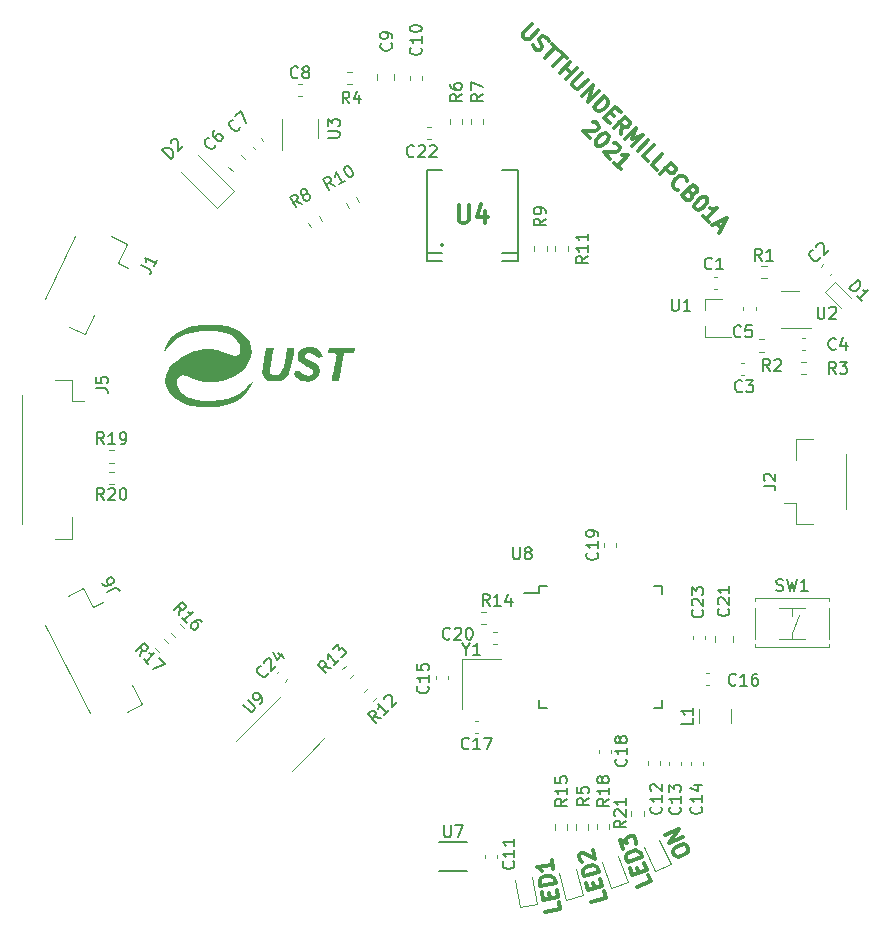
<source format=gbr>
%TF.GenerationSoftware,KiCad,Pcbnew,6.0.4-6f826c9f35~116~ubuntu20.04.1*%
%TF.CreationDate,2023-02-08T16:25:57+00:00*%
%TF.ProjectId,USTTHUNDERMILLPCB01,55535454-4855-44e4-9445-524d494c4c50,rev?*%
%TF.SameCoordinates,Original*%
%TF.FileFunction,Legend,Top*%
%TF.FilePolarity,Positive*%
%FSLAX46Y46*%
G04 Gerber Fmt 4.6, Leading zero omitted, Abs format (unit mm)*
G04 Created by KiCad (PCBNEW 6.0.4-6f826c9f35~116~ubuntu20.04.1) date 2023-02-08 16:25:57*
%MOMM*%
%LPD*%
G01*
G04 APERTURE LIST*
%ADD10C,0.300000*%
%ADD11C,0.304800*%
%ADD12C,0.150000*%
%ADD13C,0.120000*%
G04 APERTURE END LIST*
D10*
X14506186Y-34903888D02*
X14717913Y-35485603D01*
X13496312Y-35930229D01*
X13718091Y-34729587D02*
X13569883Y-34322387D01*
X14146251Y-33914973D02*
X14357977Y-34496688D01*
X13136377Y-34941314D01*
X12924650Y-34359600D01*
X13955697Y-33391430D02*
X12734096Y-33836057D01*
X12628233Y-33545199D01*
X12622886Y-33349512D01*
X12696884Y-33190824D01*
X12792054Y-33090307D01*
X13003567Y-32947445D01*
X13178081Y-32883927D01*
X13431940Y-32857408D01*
X13569455Y-32873234D01*
X13728144Y-32947232D01*
X13849833Y-33100573D01*
X13955697Y-33391430D01*
X12331815Y-32730799D02*
X12056571Y-31974570D01*
X12670151Y-32212389D01*
X12606633Y-32037875D01*
X12622459Y-31900359D01*
X12659458Y-31821015D01*
X12754628Y-31720498D01*
X13045485Y-31614635D01*
X13183001Y-31630461D01*
X13262345Y-31667460D01*
X13362862Y-31762630D01*
X13489898Y-32111659D01*
X13474072Y-32249174D01*
X13437073Y-32328518D01*
X16706902Y-33244225D02*
X16602253Y-33019806D01*
X16606034Y-32881435D01*
X16665919Y-32716901D01*
X16864176Y-32556148D01*
X17256910Y-32373013D01*
X17507491Y-32324470D01*
X17672025Y-32384355D01*
X17780454Y-32470403D01*
X17885102Y-32694822D01*
X17881321Y-32833193D01*
X17821436Y-32997727D01*
X17623179Y-33158480D01*
X17230446Y-33341615D01*
X16979864Y-33390158D01*
X16815331Y-33330273D01*
X16706902Y-33244225D01*
X17414184Y-31684936D02*
X16235984Y-32234340D01*
X17100239Y-31011679D01*
X15922039Y-31561082D01*
X6921777Y-37227539D02*
X7029273Y-37837182D01*
X5749023Y-38062924D01*
X6175922Y-36919035D02*
X6100675Y-36492285D01*
X6739033Y-36191146D02*
X6846529Y-36800789D01*
X5566279Y-37026531D01*
X5458783Y-36416888D01*
X6642286Y-35642467D02*
X5362036Y-35868210D01*
X5308288Y-35563388D01*
X5337003Y-35369746D01*
X5437432Y-35226318D01*
X5548611Y-35143854D01*
X5781719Y-35039891D01*
X5964612Y-35007642D01*
X6219219Y-35025608D01*
X6351897Y-35065073D01*
X6495325Y-35165502D01*
X6588538Y-35337646D01*
X6642286Y-35642467D01*
X6298297Y-33691610D02*
X6427293Y-34423181D01*
X6362795Y-34057396D02*
X5082545Y-34283138D01*
X5286937Y-34372818D01*
X5430365Y-34473247D01*
X5512829Y-34584426D01*
X10717576Y-36260981D02*
X10877797Y-36858935D01*
X9622094Y-37195400D01*
X9947672Y-36018657D02*
X9835517Y-35600089D01*
X10445200Y-35244459D02*
X10605421Y-35842413D01*
X9349717Y-36178878D01*
X9189496Y-35580924D01*
X10301001Y-34706301D02*
X9045297Y-35042765D01*
X8965186Y-34743788D01*
X8976915Y-34548380D01*
X9064462Y-34396745D01*
X9168031Y-34304905D01*
X9391190Y-34181021D01*
X9570576Y-34132955D01*
X9825780Y-34128662D01*
X9961393Y-34156413D01*
X10113028Y-34243960D01*
X10220890Y-34407324D01*
X10301001Y-34706301D01*
X8844445Y-33814813D02*
X8768628Y-33771040D01*
X8676788Y-33667471D01*
X8596677Y-33368494D01*
X8624428Y-33232881D01*
X8668202Y-33157064D01*
X8771770Y-33065224D01*
X8891361Y-33033180D01*
X9086770Y-33044909D01*
X9996580Y-33570188D01*
X9788292Y-32792848D01*
X4655257Y37137903D02*
X3911111Y36393757D01*
X3867338Y36262437D01*
X3867338Y36174891D01*
X3911111Y36043571D01*
X4086204Y35868478D01*
X4217524Y35824704D01*
X4305070Y35824704D01*
X4436390Y35868478D01*
X5180536Y36612623D01*
X4699030Y35343198D02*
X4786576Y35168105D01*
X5005443Y34949239D01*
X5136763Y34905466D01*
X5224309Y34905466D01*
X5355629Y34949239D01*
X5443176Y35036786D01*
X5486949Y35168105D01*
X5486949Y35255652D01*
X5443176Y35386972D01*
X5311856Y35605838D01*
X5268082Y35737158D01*
X5268082Y35824704D01*
X5311856Y35956024D01*
X5399402Y36043571D01*
X5530722Y36087344D01*
X5618269Y36087344D01*
X5749588Y36043571D01*
X5968455Y35824704D01*
X6056001Y35649611D01*
X6362414Y35430745D02*
X6887694Y34905466D01*
X5705815Y34248867D02*
X6625054Y35168105D01*
X7062787Y34730373D02*
X7588066Y34205093D01*
X6406188Y33548494D02*
X7325426Y34467733D01*
X6975240Y32979441D02*
X7894479Y33898680D01*
X7456746Y33460948D02*
X7982026Y32935668D01*
X7500520Y32454162D02*
X8419758Y33373401D01*
X8857491Y32935668D02*
X8113345Y32191523D01*
X8069572Y32060203D01*
X8069572Y31972656D01*
X8113345Y31841336D01*
X8288439Y31666243D01*
X8419758Y31622470D01*
X8507305Y31622470D01*
X8638625Y31666243D01*
X9382770Y32410389D01*
X8901264Y31053417D02*
X9820503Y31972656D01*
X9426544Y30528138D01*
X10345783Y31447377D01*
X9864277Y30090405D02*
X10783515Y31009644D01*
X11002382Y30790778D01*
X11089928Y30615685D01*
X11089928Y30440591D01*
X11046155Y30309272D01*
X10914835Y30090405D01*
X10783515Y29959085D01*
X10564649Y29827766D01*
X10433329Y29783992D01*
X10258236Y29783992D01*
X10083143Y29871539D01*
X9864277Y30090405D01*
X11265021Y29652672D02*
X11571434Y29346260D01*
X11221248Y28733434D02*
X10783515Y29171166D01*
X11702754Y30090405D01*
X12140487Y29652672D01*
X12140487Y27814195D02*
X12271807Y28558341D01*
X11615208Y28339474D02*
X12534446Y29258713D01*
X12884633Y28908527D01*
X12928406Y28777207D01*
X12928406Y28689660D01*
X12884633Y28558341D01*
X12753313Y28427021D01*
X12621993Y28383247D01*
X12534446Y28383247D01*
X12403127Y28427021D01*
X12052940Y28777207D01*
X12534446Y27420235D02*
X13453685Y28339474D01*
X13103499Y27376462D01*
X14066511Y27726648D01*
X13147272Y26807409D01*
X13585005Y26369677D02*
X14504244Y27288915D01*
X14460471Y25494211D02*
X14022738Y25931944D01*
X14941977Y26851183D01*
X15204616Y24750065D02*
X14766884Y25187798D01*
X15686122Y26107037D01*
X15511029Y24443652D02*
X16430268Y25362891D01*
X16780454Y25012705D01*
X16824228Y24881385D01*
X16824228Y24793839D01*
X16780454Y24662519D01*
X16649134Y24531199D01*
X16517815Y24487426D01*
X16430268Y24487426D01*
X16298948Y24531199D01*
X15948762Y24881385D01*
X17043094Y23086681D02*
X16955547Y23086681D01*
X16780454Y23174227D01*
X16692908Y23261774D01*
X16605361Y23436867D01*
X16605361Y23611960D01*
X16649134Y23743280D01*
X16780454Y23962146D01*
X16911774Y24093466D01*
X17130640Y24224786D01*
X17261960Y24268559D01*
X17437053Y24268559D01*
X17612147Y24181013D01*
X17699693Y24093466D01*
X17787240Y23918373D01*
X17787240Y23830827D01*
X18137426Y22780268D02*
X18224972Y22605175D01*
X18224972Y22517628D01*
X18181199Y22386308D01*
X18049879Y22254989D01*
X17918559Y22211215D01*
X17831013Y22211215D01*
X17699693Y22254989D01*
X17349507Y22605175D01*
X18268746Y23524414D01*
X18575159Y23218001D01*
X18618932Y23086681D01*
X18618932Y22999134D01*
X18575159Y22867815D01*
X18487612Y22780268D01*
X18356292Y22736495D01*
X18268746Y22736495D01*
X18137426Y22780268D01*
X17831013Y23086681D01*
X19363078Y22430082D02*
X19450624Y22342535D01*
X19494397Y22211215D01*
X19494397Y22123669D01*
X19450624Y21992349D01*
X19319304Y21773483D01*
X19100438Y21554616D01*
X18881572Y21423296D01*
X18750252Y21379523D01*
X18662705Y21379523D01*
X18531385Y21423296D01*
X18443839Y21510843D01*
X18400066Y21642163D01*
X18400066Y21729709D01*
X18443839Y21861029D01*
X18575159Y22079896D01*
X18794025Y22298762D01*
X19012891Y22430082D01*
X19144211Y22473855D01*
X19231758Y22473855D01*
X19363078Y22430082D01*
X19625717Y20328964D02*
X19100438Y20854244D01*
X19363078Y20591604D02*
X20282316Y21510843D01*
X20063450Y21467070D01*
X19888357Y21467070D01*
X19757037Y21510843D01*
X20238543Y20241418D02*
X20676276Y19803685D01*
X19888357Y20066325D02*
X21114009Y20679151D01*
X20501183Y19453499D01*
X9828821Y28829298D02*
X9916367Y28829298D01*
X10047687Y28785524D01*
X10266553Y28566658D01*
X10310327Y28435338D01*
X10310327Y28347792D01*
X10266553Y28216472D01*
X10179007Y28128925D01*
X10003914Y28041379D01*
X8953355Y28041379D01*
X9522408Y27472326D01*
X11010699Y27822512D02*
X11098246Y27734966D01*
X11142019Y27603646D01*
X11142019Y27516099D01*
X11098246Y27384779D01*
X10966926Y27165913D01*
X10748059Y26947047D01*
X10529193Y26815727D01*
X10397873Y26771954D01*
X10310327Y26771954D01*
X10179007Y26815727D01*
X10091460Y26903273D01*
X10047687Y27034593D01*
X10047687Y27122140D01*
X10091460Y27253460D01*
X10222780Y27472326D01*
X10441647Y27691192D01*
X10660513Y27822512D01*
X10791833Y27866286D01*
X10879379Y27866286D01*
X11010699Y27822512D01*
X11579752Y27078367D02*
X11667298Y27078367D01*
X11798618Y27034593D01*
X12017485Y26815727D01*
X12061258Y26684407D01*
X12061258Y26596860D01*
X12017485Y26465541D01*
X11929938Y26377994D01*
X11754845Y26290448D01*
X10704286Y26290448D01*
X11273339Y25721395D01*
X12148804Y24845929D02*
X11623525Y25371209D01*
X11886165Y25108569D02*
X12805403Y26027808D01*
X12586537Y25984035D01*
X12411444Y25984035D01*
X12280124Y26027808D01*
D11*
%TO.C,U4*%
X-1571143Y21774572D02*
X-1571143Y20540858D01*
X-1498572Y20395715D01*
X-1426000Y20323143D01*
X-1280858Y20250572D01*
X-990572Y20250572D01*
X-845429Y20323143D01*
X-772858Y20395715D01*
X-700286Y20540858D01*
X-700286Y21774572D01*
X678571Y21266572D02*
X678571Y20250572D01*
X315714Y21847143D02*
X-47143Y20758572D01*
X896285Y20758572D01*
D12*
%TO.C,R5*%
X9452380Y-28416666D02*
X8976190Y-28750000D01*
X9452380Y-28988095D02*
X8452380Y-28988095D01*
X8452380Y-28607142D01*
X8500000Y-28511904D01*
X8547619Y-28464285D01*
X8642857Y-28416666D01*
X8785714Y-28416666D01*
X8880952Y-28464285D01*
X8928571Y-28511904D01*
X8976190Y-28607142D01*
X8976190Y-28988095D01*
X8452380Y-27511904D02*
X8452380Y-27988095D01*
X8928571Y-28035714D01*
X8880952Y-27988095D01*
X8833333Y-27892857D01*
X8833333Y-27654761D01*
X8880952Y-27559523D01*
X8928571Y-27511904D01*
X9023809Y-27464285D01*
X9261904Y-27464285D01*
X9357142Y-27511904D01*
X9404761Y-27559523D01*
X9452380Y-27654761D01*
X9452380Y-27892857D01*
X9404761Y-27988095D01*
X9357142Y-28035714D01*
%TO.C,R16*%
X-25274452Y-12915312D02*
X-25173437Y-12342893D01*
X-25678513Y-12511251D02*
X-24971406Y-11804145D01*
X-24702032Y-12073519D01*
X-24668360Y-12174534D01*
X-24668360Y-12241877D01*
X-24702032Y-12342893D01*
X-24803047Y-12443908D01*
X-24904063Y-12477580D01*
X-24971406Y-12477580D01*
X-25072421Y-12443908D01*
X-25341795Y-12174534D01*
X-24601017Y-13588748D02*
X-25005078Y-13184687D01*
X-24803047Y-13386717D02*
X-24095940Y-12679610D01*
X-24264299Y-12713282D01*
X-24398986Y-12713282D01*
X-24500001Y-12679610D01*
X-23287818Y-13487732D02*
X-23422505Y-13353045D01*
X-23523521Y-13319374D01*
X-23590864Y-13319374D01*
X-23759223Y-13353045D01*
X-23927582Y-13454061D01*
X-24196956Y-13723435D01*
X-24230627Y-13824450D01*
X-24230627Y-13891793D01*
X-24196956Y-13992809D01*
X-24062269Y-14127496D01*
X-23961253Y-14161167D01*
X-23893910Y-14161167D01*
X-23792895Y-14127496D01*
X-23624536Y-13959137D01*
X-23590864Y-13858122D01*
X-23590864Y-13790778D01*
X-23624536Y-13689763D01*
X-23759223Y-13555076D01*
X-23860238Y-13521404D01*
X-23927582Y-13521404D01*
X-24028597Y-13555076D01*
%TO.C,C14*%
X18957142Y-29142857D02*
X19004761Y-29190476D01*
X19052380Y-29333333D01*
X19052380Y-29428571D01*
X19004761Y-29571428D01*
X18909523Y-29666666D01*
X18814285Y-29714285D01*
X18623809Y-29761904D01*
X18480952Y-29761904D01*
X18290476Y-29714285D01*
X18195238Y-29666666D01*
X18100000Y-29571428D01*
X18052380Y-29428571D01*
X18052380Y-29333333D01*
X18100000Y-29190476D01*
X18147619Y-29142857D01*
X19052380Y-28190476D02*
X19052380Y-28761904D01*
X19052380Y-28476190D02*
X18052380Y-28476190D01*
X18195238Y-28571428D01*
X18290476Y-28666666D01*
X18338095Y-28761904D01*
X18385714Y-27333333D02*
X19052380Y-27333333D01*
X18004761Y-27571428D02*
X18719047Y-27809523D01*
X18719047Y-27190476D01*
%TO.C,C6*%
X-22165312Y26879611D02*
X-22165312Y26812268D01*
X-22232656Y26677581D01*
X-22299999Y26610237D01*
X-22434687Y26542894D01*
X-22569374Y26542894D01*
X-22670389Y26576565D01*
X-22838748Y26677581D01*
X-22939763Y26778596D01*
X-23040778Y26946955D01*
X-23074450Y27047970D01*
X-23074450Y27182657D01*
X-23007106Y27317344D01*
X-22939763Y27384688D01*
X-22805076Y27452031D01*
X-22737732Y27452031D01*
X-22198984Y28125466D02*
X-22333671Y27990779D01*
X-22367343Y27889764D01*
X-22367343Y27822420D01*
X-22333671Y27654062D01*
X-22232656Y27485703D01*
X-21963282Y27216329D01*
X-21862267Y27182657D01*
X-21794923Y27182657D01*
X-21693908Y27216329D01*
X-21559221Y27351016D01*
X-21525549Y27452031D01*
X-21525549Y27519375D01*
X-21559221Y27620390D01*
X-21727580Y27788749D01*
X-21828595Y27822420D01*
X-21895938Y27822420D01*
X-21996954Y27788749D01*
X-22131641Y27654062D01*
X-22165312Y27553046D01*
X-22165312Y27485703D01*
X-22131641Y27384688D01*
%TO.C,R21*%
X12602380Y-30342857D02*
X12126190Y-30676190D01*
X12602380Y-30914285D02*
X11602380Y-30914285D01*
X11602380Y-30533333D01*
X11650000Y-30438095D01*
X11697619Y-30390476D01*
X11792857Y-30342857D01*
X11935714Y-30342857D01*
X12030952Y-30390476D01*
X12078571Y-30438095D01*
X12126190Y-30533333D01*
X12126190Y-30914285D01*
X11697619Y-29961904D02*
X11650000Y-29914285D01*
X11602380Y-29819047D01*
X11602380Y-29580952D01*
X11650000Y-29485714D01*
X11697619Y-29438095D01*
X11792857Y-29390476D01*
X11888095Y-29390476D01*
X12030952Y-29438095D01*
X12602380Y-30009523D01*
X12602380Y-29390476D01*
X12602380Y-28438095D02*
X12602380Y-29009523D01*
X12602380Y-28723809D02*
X11602380Y-28723809D01*
X11745238Y-28819047D01*
X11840476Y-28914285D01*
X11888095Y-29009523D01*
%TO.C,R9*%
X5802380Y20633334D02*
X5326190Y20300000D01*
X5802380Y20061905D02*
X4802380Y20061905D01*
X4802380Y20442858D01*
X4850000Y20538096D01*
X4897619Y20585715D01*
X4992857Y20633334D01*
X5135714Y20633334D01*
X5230952Y20585715D01*
X5278571Y20538096D01*
X5326190Y20442858D01*
X5326190Y20061905D01*
X5802380Y21109524D02*
X5802380Y21300000D01*
X5754761Y21395239D01*
X5707142Y21442858D01*
X5564285Y21538096D01*
X5373809Y21585715D01*
X4992857Y21585715D01*
X4897619Y21538096D01*
X4850000Y21490477D01*
X4802380Y21395239D01*
X4802380Y21204762D01*
X4850000Y21109524D01*
X4897619Y21061905D01*
X4992857Y21014286D01*
X5230952Y21014286D01*
X5326190Y21061905D01*
X5373809Y21109524D01*
X5421428Y21204762D01*
X5421428Y21395239D01*
X5373809Y21490477D01*
X5326190Y21538096D01*
X5230952Y21585715D01*
%TO.C,R3*%
X30364133Y7501820D02*
X30030800Y7978010D01*
X29792704Y7501820D02*
X29792704Y8501820D01*
X30173657Y8501820D01*
X30268895Y8454200D01*
X30316514Y8406581D01*
X30364133Y8311343D01*
X30364133Y8168486D01*
X30316514Y8073248D01*
X30268895Y8025629D01*
X30173657Y7978010D01*
X29792704Y7978010D01*
X30697466Y8501820D02*
X31316514Y8501820D01*
X30983180Y8120867D01*
X31126038Y8120867D01*
X31221276Y8073248D01*
X31268895Y8025629D01*
X31316514Y7930391D01*
X31316514Y7692296D01*
X31268895Y7597058D01*
X31221276Y7549439D01*
X31126038Y7501820D01*
X30840323Y7501820D01*
X30745085Y7549439D01*
X30697466Y7597058D01*
%TO.C,R1*%
X24103533Y17085220D02*
X23770200Y17561410D01*
X23532104Y17085220D02*
X23532104Y18085220D01*
X23913057Y18085220D01*
X24008295Y18037600D01*
X24055914Y17989981D01*
X24103533Y17894743D01*
X24103533Y17751886D01*
X24055914Y17656648D01*
X24008295Y17609029D01*
X23913057Y17561410D01*
X23532104Y17561410D01*
X25055914Y17085220D02*
X24484485Y17085220D01*
X24770200Y17085220D02*
X24770200Y18085220D01*
X24674961Y17942362D01*
X24579723Y17847124D01*
X24484485Y17799505D01*
%TO.C,R8*%
X-14868148Y21874894D02*
X-15394918Y22120620D01*
X-15363019Y21589179D02*
X-15863019Y22455205D01*
X-15533105Y22645681D01*
X-15426817Y22652061D01*
X-15361768Y22634631D01*
X-15272909Y22575962D01*
X-15201481Y22452244D01*
X-15195101Y22345956D01*
X-15212531Y22280907D01*
X-15271200Y22192049D01*
X-15601114Y22001573D01*
X-14658990Y22655480D02*
X-14765278Y22649100D01*
X-14830327Y22666530D01*
X-14919186Y22725199D01*
X-14942995Y22766438D01*
X-14949375Y22872726D01*
X-14931945Y22937775D01*
X-14873276Y23026633D01*
X-14708319Y23121872D01*
X-14602031Y23128251D01*
X-14536982Y23110822D01*
X-14448123Y23052152D01*
X-14424314Y23010913D01*
X-14417934Y22904625D01*
X-14435364Y22839576D01*
X-14494033Y22750718D01*
X-14658990Y22655480D01*
X-14717659Y22566621D01*
X-14735089Y22501573D01*
X-14728709Y22395284D01*
X-14633471Y22230327D01*
X-14544613Y22171658D01*
X-14479564Y22154228D01*
X-14373276Y22160608D01*
X-14208319Y22255846D01*
X-14149650Y22344705D01*
X-14132220Y22409753D01*
X-14138600Y22516041D01*
X-14233838Y22680999D01*
X-14322696Y22739668D01*
X-14387745Y22757098D01*
X-14494033Y22750718D01*
%TO.C,C10*%
X-4792858Y35107143D02*
X-4745239Y35059524D01*
X-4697620Y34916667D01*
X-4697620Y34821429D01*
X-4745239Y34678572D01*
X-4840477Y34583334D01*
X-4935715Y34535715D01*
X-5126191Y34488096D01*
X-5269048Y34488096D01*
X-5459524Y34535715D01*
X-5554762Y34583334D01*
X-5650000Y34678572D01*
X-5697620Y34821429D01*
X-5697620Y34916667D01*
X-5650000Y35059524D01*
X-5602381Y35107143D01*
X-4697620Y36059524D02*
X-4697620Y35488096D01*
X-4697620Y35773810D02*
X-5697620Y35773810D01*
X-5554762Y35678572D01*
X-5459524Y35583334D01*
X-5411905Y35488096D01*
X-5697620Y36678572D02*
X-5697620Y36773810D01*
X-5650000Y36869048D01*
X-5602381Y36916667D01*
X-5507143Y36964286D01*
X-5316667Y37011905D01*
X-5078572Y37011905D01*
X-4888096Y36964286D01*
X-4792858Y36916667D01*
X-4745239Y36869048D01*
X-4697620Y36773810D01*
X-4697620Y36678572D01*
X-4745239Y36583334D01*
X-4792858Y36535715D01*
X-4888096Y36488096D01*
X-5078572Y36440477D01*
X-5316667Y36440477D01*
X-5507143Y36488096D01*
X-5602381Y36535715D01*
X-5650000Y36583334D01*
X-5697620Y36678572D01*
%TO.C,C9*%
X-7292858Y35483334D02*
X-7245239Y35435715D01*
X-7197620Y35292858D01*
X-7197620Y35197620D01*
X-7245239Y35054762D01*
X-7340477Y34959524D01*
X-7435715Y34911905D01*
X-7626191Y34864286D01*
X-7769048Y34864286D01*
X-7959524Y34911905D01*
X-8054762Y34959524D01*
X-8150000Y35054762D01*
X-8197620Y35197620D01*
X-8197620Y35292858D01*
X-8150000Y35435715D01*
X-8102381Y35483334D01*
X-7197620Y35959524D02*
X-7197620Y36150000D01*
X-7245239Y36245239D01*
X-7292858Y36292858D01*
X-7435715Y36388096D01*
X-7626191Y36435715D01*
X-8007143Y36435715D01*
X-8102381Y36388096D01*
X-8150000Y36340477D01*
X-8197620Y36245239D01*
X-8197620Y36054762D01*
X-8150000Y35959524D01*
X-8102381Y35911905D01*
X-8007143Y35864286D01*
X-7769048Y35864286D01*
X-7673810Y35911905D01*
X-7626191Y35959524D01*
X-7578572Y36054762D01*
X-7578572Y36245239D01*
X-7626191Y36340477D01*
X-7673810Y36388096D01*
X-7769048Y36435715D01*
%TO.C,C21*%
X21257142Y-12392857D02*
X21304761Y-12440476D01*
X21352380Y-12583333D01*
X21352380Y-12678571D01*
X21304761Y-12821428D01*
X21209523Y-12916666D01*
X21114285Y-12964285D01*
X20923809Y-13011904D01*
X20780952Y-13011904D01*
X20590476Y-12964285D01*
X20495238Y-12916666D01*
X20400000Y-12821428D01*
X20352380Y-12678571D01*
X20352380Y-12583333D01*
X20400000Y-12440476D01*
X20447619Y-12392857D01*
X20447619Y-12011904D02*
X20400000Y-11964285D01*
X20352380Y-11869047D01*
X20352380Y-11630952D01*
X20400000Y-11535714D01*
X20447619Y-11488095D01*
X20542857Y-11440476D01*
X20638095Y-11440476D01*
X20780952Y-11488095D01*
X21352380Y-12059523D01*
X21352380Y-11440476D01*
X21352380Y-10488095D02*
X21352380Y-11059523D01*
X21352380Y-10773809D02*
X20352380Y-10773809D01*
X20495238Y-10869047D01*
X20590476Y-10964285D01*
X20638095Y-11059523D01*
%TO.C,U9*%
X-19825974Y-20501522D02*
X-19253554Y-21073942D01*
X-19152539Y-21107614D01*
X-19085195Y-21107614D01*
X-18984180Y-21073942D01*
X-18849493Y-20939255D01*
X-18815821Y-20838240D01*
X-18815821Y-20770896D01*
X-18849493Y-20669881D01*
X-19421913Y-20097461D01*
X-18344417Y-20434179D02*
X-18209730Y-20299492D01*
X-18176058Y-20198477D01*
X-18176058Y-20131133D01*
X-18209730Y-19962774D01*
X-18310745Y-19794416D01*
X-18580119Y-19525042D01*
X-18681134Y-19491370D01*
X-18748478Y-19491370D01*
X-18849493Y-19525042D01*
X-18984180Y-19659729D01*
X-19017852Y-19760744D01*
X-19017852Y-19828087D01*
X-18984180Y-19929103D01*
X-18815821Y-20097461D01*
X-18714806Y-20131133D01*
X-18647462Y-20131133D01*
X-18546447Y-20097461D01*
X-18411760Y-19962774D01*
X-18378088Y-19861759D01*
X-18378088Y-19794416D01*
X-18411760Y-19693400D01*
%TO.C,R7*%
X502380Y31183334D02*
X26190Y30850000D01*
X502380Y30611905D02*
X-497620Y30611905D01*
X-497620Y30992858D01*
X-450000Y31088096D01*
X-402381Y31135715D01*
X-307143Y31183334D01*
X-164286Y31183334D01*
X-69048Y31135715D01*
X-21429Y31088096D01*
X26190Y30992858D01*
X26190Y30611905D01*
X-497620Y31516667D02*
X-497620Y32183334D01*
X502380Y31754762D01*
%TO.C,J1*%
X-28437185Y16679332D02*
X-27789822Y16377462D01*
X-27680474Y16273930D01*
X-27634408Y16147366D01*
X-27651625Y15997768D01*
X-27691874Y15911453D01*
X-27108259Y17163021D02*
X-27349755Y16645131D01*
X-27229007Y16904076D02*
X-28135314Y17326694D01*
X-28046091Y17180005D01*
X-28000026Y17053441D01*
X-27997117Y16947001D01*
%TO.C,C19*%
X10147142Y-7642857D02*
X10194761Y-7690476D01*
X10242380Y-7833333D01*
X10242380Y-7928571D01*
X10194761Y-8071428D01*
X10099523Y-8166666D01*
X10004285Y-8214285D01*
X9813809Y-8261904D01*
X9670952Y-8261904D01*
X9480476Y-8214285D01*
X9385238Y-8166666D01*
X9290000Y-8071428D01*
X9242380Y-7928571D01*
X9242380Y-7833333D01*
X9290000Y-7690476D01*
X9337619Y-7642857D01*
X10242380Y-6690476D02*
X10242380Y-7261904D01*
X10242380Y-6976190D02*
X9242380Y-6976190D01*
X9385238Y-7071428D01*
X9480476Y-7166666D01*
X9528095Y-7261904D01*
X10242380Y-6214285D02*
X10242380Y-6023809D01*
X10194761Y-5928571D01*
X10147142Y-5880952D01*
X10004285Y-5785714D01*
X9813809Y-5738095D01*
X9432857Y-5738095D01*
X9337619Y-5785714D01*
X9290000Y-5833333D01*
X9242380Y-5928571D01*
X9242380Y-6119047D01*
X9290000Y-6214285D01*
X9337619Y-6261904D01*
X9432857Y-6309523D01*
X9670952Y-6309523D01*
X9766190Y-6261904D01*
X9813809Y-6214285D01*
X9861428Y-6119047D01*
X9861428Y-5928571D01*
X9813809Y-5833333D01*
X9766190Y-5785714D01*
X9670952Y-5738095D01*
%TO.C,C17*%
X-692858Y-24207142D02*
X-740477Y-24254761D01*
X-883334Y-24302380D01*
X-978572Y-24302380D01*
X-1121429Y-24254761D01*
X-1216667Y-24159523D01*
X-1264286Y-24064285D01*
X-1311905Y-23873809D01*
X-1311905Y-23730952D01*
X-1264286Y-23540476D01*
X-1216667Y-23445238D01*
X-1121429Y-23350000D01*
X-978572Y-23302380D01*
X-883334Y-23302380D01*
X-740477Y-23350000D01*
X-692858Y-23397619D01*
X259523Y-24302380D02*
X-311905Y-24302380D01*
X-26191Y-24302380D02*
X-26191Y-23302380D01*
X-121429Y-23445238D01*
X-216667Y-23540476D01*
X-311905Y-23588095D01*
X592857Y-23302380D02*
X1259523Y-23302380D01*
X830952Y-24302380D01*
%TO.C,D2*%
X-25952031Y25708207D02*
X-26659138Y26415313D01*
X-26490779Y26583672D01*
X-26356092Y26651016D01*
X-26221405Y26651016D01*
X-26120390Y26617344D01*
X-25952031Y26516329D01*
X-25851016Y26415313D01*
X-25750000Y26246955D01*
X-25716329Y26145939D01*
X-25716329Y26011252D01*
X-25783672Y25876565D01*
X-25952031Y25708207D01*
X-25918359Y27021405D02*
X-25918359Y27088749D01*
X-25884688Y27189764D01*
X-25716329Y27358123D01*
X-25615313Y27391794D01*
X-25547970Y27391794D01*
X-25446955Y27358123D01*
X-25379611Y27290779D01*
X-25312268Y27156092D01*
X-25312268Y26347970D01*
X-24874535Y26785703D01*
%TO.C,C15*%
X-4192858Y-18942857D02*
X-4145239Y-18990476D01*
X-4097620Y-19133333D01*
X-4097620Y-19228571D01*
X-4145239Y-19371428D01*
X-4240477Y-19466666D01*
X-4335715Y-19514285D01*
X-4526191Y-19561904D01*
X-4669048Y-19561904D01*
X-4859524Y-19514285D01*
X-4954762Y-19466666D01*
X-5050000Y-19371428D01*
X-5097620Y-19228571D01*
X-5097620Y-19133333D01*
X-5050000Y-18990476D01*
X-5002381Y-18942857D01*
X-4097620Y-17990476D02*
X-4097620Y-18561904D01*
X-4097620Y-18276190D02*
X-5097620Y-18276190D01*
X-4954762Y-18371428D01*
X-4859524Y-18466666D01*
X-4811905Y-18561904D01*
X-5097620Y-17085714D02*
X-5097620Y-17561904D01*
X-4621429Y-17609523D01*
X-4669048Y-17561904D01*
X-4716667Y-17466666D01*
X-4716667Y-17228571D01*
X-4669048Y-17133333D01*
X-4621429Y-17085714D01*
X-4526191Y-17038095D01*
X-4288096Y-17038095D01*
X-4192858Y-17085714D01*
X-4145239Y-17133333D01*
X-4097620Y-17228571D01*
X-4097620Y-17466666D01*
X-4145239Y-17561904D01*
X-4192858Y-17609523D01*
%TO.C,L1*%
X18303180Y-21646666D02*
X18303180Y-22122857D01*
X17303180Y-22122857D01*
X18303180Y-20789523D02*
X18303180Y-21360952D01*
X18303180Y-21075238D02*
X17303180Y-21075238D01*
X17446038Y-21170476D01*
X17541276Y-21265714D01*
X17588895Y-21360952D01*
%TO.C,C8*%
X-15171667Y32612858D02*
X-15219286Y32565239D01*
X-15362143Y32517620D01*
X-15457381Y32517620D01*
X-15600239Y32565239D01*
X-15695477Y32660477D01*
X-15743096Y32755715D01*
X-15790715Y32946191D01*
X-15790715Y33089048D01*
X-15743096Y33279524D01*
X-15695477Y33374762D01*
X-15600239Y33470000D01*
X-15457381Y33517620D01*
X-15362143Y33517620D01*
X-15219286Y33470000D01*
X-15171667Y33422381D01*
X-14600239Y33089048D02*
X-14695477Y33136667D01*
X-14743096Y33184286D01*
X-14790715Y33279524D01*
X-14790715Y33327143D01*
X-14743096Y33422381D01*
X-14695477Y33470000D01*
X-14600239Y33517620D01*
X-14409762Y33517620D01*
X-14314524Y33470000D01*
X-14266905Y33422381D01*
X-14219286Y33327143D01*
X-14219286Y33279524D01*
X-14266905Y33184286D01*
X-14314524Y33136667D01*
X-14409762Y33089048D01*
X-14600239Y33089048D01*
X-14695477Y33041429D01*
X-14743096Y32993810D01*
X-14790715Y32898572D01*
X-14790715Y32708096D01*
X-14743096Y32612858D01*
X-14695477Y32565239D01*
X-14600239Y32517620D01*
X-14409762Y32517620D01*
X-14314524Y32565239D01*
X-14266905Y32612858D01*
X-14219286Y32708096D01*
X-14219286Y32898572D01*
X-14266905Y32993810D01*
X-14314524Y33041429D01*
X-14409762Y33089048D01*
%TO.C,R19*%
X-31592858Y1547620D02*
X-31926191Y2023810D01*
X-32164286Y1547620D02*
X-32164286Y2547620D01*
X-31783334Y2547620D01*
X-31688096Y2500000D01*
X-31640477Y2452381D01*
X-31592858Y2357143D01*
X-31592858Y2214286D01*
X-31640477Y2119048D01*
X-31688096Y2071429D01*
X-31783334Y2023810D01*
X-32164286Y2023810D01*
X-30640477Y1547620D02*
X-31211905Y1547620D01*
X-30926191Y1547620D02*
X-30926191Y2547620D01*
X-31021429Y2404762D01*
X-31116667Y2309524D01*
X-31211905Y2261905D01*
X-30164286Y1547620D02*
X-29973810Y1547620D01*
X-29878572Y1595239D01*
X-29830953Y1642858D01*
X-29735715Y1785715D01*
X-29688096Y1976191D01*
X-29688096Y2357143D01*
X-29735715Y2452381D01*
X-29783334Y2500000D01*
X-29878572Y2547620D01*
X-30069048Y2547620D01*
X-30164286Y2500000D01*
X-30211905Y2452381D01*
X-30259524Y2357143D01*
X-30259524Y2119048D01*
X-30211905Y2023810D01*
X-30164286Y1976191D01*
X-30069048Y1928572D01*
X-29878572Y1928572D01*
X-29783334Y1976191D01*
X-29735715Y2023810D01*
X-29688096Y2119048D01*
%TO.C,U3*%
X-12647620Y27488096D02*
X-11838096Y27488096D01*
X-11742858Y27535715D01*
X-11695239Y27583334D01*
X-11647620Y27678572D01*
X-11647620Y27869048D01*
X-11695239Y27964286D01*
X-11742858Y28011905D01*
X-11838096Y28059524D01*
X-12647620Y28059524D01*
X-12647620Y28440477D02*
X-12647620Y29059524D01*
X-12266667Y28726191D01*
X-12266667Y28869048D01*
X-12219048Y28964286D01*
X-12171429Y29011905D01*
X-12076191Y29059524D01*
X-11838096Y29059524D01*
X-11742858Y29011905D01*
X-11695239Y28964286D01*
X-11647620Y28869048D01*
X-11647620Y28583334D01*
X-11695239Y28488096D01*
X-11742858Y28440477D01*
%TO.C,U1*%
X16478695Y13835220D02*
X16478695Y13025696D01*
X16526314Y12930458D01*
X16573933Y12882839D01*
X16669171Y12835220D01*
X16859647Y12835220D01*
X16954885Y12882839D01*
X17002504Y12930458D01*
X17050123Y13025696D01*
X17050123Y13835220D01*
X18050123Y12835220D02*
X17478695Y12835220D01*
X17764409Y12835220D02*
X17764409Y13835220D01*
X17669171Y13692362D01*
X17573933Y13597124D01*
X17478695Y13549505D01*
%TO.C,R10*%
X-12030541Y23386799D02*
X-12557311Y23632525D01*
X-12525412Y23101084D02*
X-13025412Y23967110D01*
X-12695498Y24157586D01*
X-12589210Y24163966D01*
X-12524161Y24146536D01*
X-12435303Y24087867D01*
X-12363874Y23964149D01*
X-12357494Y23857861D01*
X-12374924Y23792812D01*
X-12433593Y23703953D01*
X-12763508Y23513477D01*
X-11205755Y23862989D02*
X-11700626Y23577275D01*
X-11453190Y23720132D02*
X-11953190Y24586157D01*
X-11964240Y24414820D01*
X-11999100Y24284723D01*
X-12057769Y24195864D01*
X-11169644Y25038538D02*
X-11087165Y25086157D01*
X-10980877Y25092537D01*
X-10915828Y25075107D01*
X-10826970Y25016438D01*
X-10690492Y24875290D01*
X-10571445Y24669094D01*
X-10517446Y24480327D01*
X-10511066Y24374039D01*
X-10528496Y24308990D01*
X-10587165Y24220132D01*
X-10669644Y24172513D01*
X-10775932Y24166133D01*
X-10840981Y24183563D01*
X-10929839Y24242232D01*
X-11066316Y24383380D01*
X-11185364Y24589576D01*
X-11239363Y24778343D01*
X-11245742Y24884631D01*
X-11228313Y24949680D01*
X-11169644Y25038538D01*
%TO.C,C18*%
X12576142Y-25109857D02*
X12623761Y-25157476D01*
X12671380Y-25300333D01*
X12671380Y-25395571D01*
X12623761Y-25538428D01*
X12528523Y-25633666D01*
X12433285Y-25681285D01*
X12242809Y-25728904D01*
X12099952Y-25728904D01*
X11909476Y-25681285D01*
X11814238Y-25633666D01*
X11719000Y-25538428D01*
X11671380Y-25395571D01*
X11671380Y-25300333D01*
X11719000Y-25157476D01*
X11766619Y-25109857D01*
X12671380Y-24157476D02*
X12671380Y-24728904D01*
X12671380Y-24443190D02*
X11671380Y-24443190D01*
X11814238Y-24538428D01*
X11909476Y-24633666D01*
X11957095Y-24728904D01*
X12099952Y-23586047D02*
X12052333Y-23681285D01*
X12004714Y-23728904D01*
X11909476Y-23776523D01*
X11861857Y-23776523D01*
X11766619Y-23728904D01*
X11719000Y-23681285D01*
X11671380Y-23586047D01*
X11671380Y-23395571D01*
X11719000Y-23300333D01*
X11766619Y-23252714D01*
X11861857Y-23205095D01*
X11909476Y-23205095D01*
X12004714Y-23252714D01*
X12052333Y-23300333D01*
X12099952Y-23395571D01*
X12099952Y-23586047D01*
X12147571Y-23681285D01*
X12195190Y-23728904D01*
X12290428Y-23776523D01*
X12480904Y-23776523D01*
X12576142Y-23728904D01*
X12623761Y-23681285D01*
X12671380Y-23586047D01*
X12671380Y-23395571D01*
X12623761Y-23300333D01*
X12576142Y-23252714D01*
X12480904Y-23205095D01*
X12290428Y-23205095D01*
X12195190Y-23252714D01*
X12147571Y-23300333D01*
X12099952Y-23395571D01*
%TO.C,SW1*%
X25336666Y-10824761D02*
X25479523Y-10872380D01*
X25717619Y-10872380D01*
X25812857Y-10824761D01*
X25860476Y-10777142D01*
X25908095Y-10681904D01*
X25908095Y-10586666D01*
X25860476Y-10491428D01*
X25812857Y-10443809D01*
X25717619Y-10396190D01*
X25527142Y-10348571D01*
X25431904Y-10300952D01*
X25384285Y-10253333D01*
X25336666Y-10158095D01*
X25336666Y-10062857D01*
X25384285Y-9967619D01*
X25431904Y-9920000D01*
X25527142Y-9872380D01*
X25765238Y-9872380D01*
X25908095Y-9920000D01*
X26241428Y-9872380D02*
X26479523Y-10872380D01*
X26670000Y-10158095D01*
X26860476Y-10872380D01*
X27098571Y-9872380D01*
X28003333Y-10872380D02*
X27431904Y-10872380D01*
X27717619Y-10872380D02*
X27717619Y-9872380D01*
X27622380Y-10015238D01*
X27527142Y-10110476D01*
X27431904Y-10158095D01*
%TO.C,U8*%
X3038095Y-7202380D02*
X3038095Y-8011904D01*
X3085714Y-8107142D01*
X3133333Y-8154761D01*
X3228571Y-8202380D01*
X3419047Y-8202380D01*
X3514285Y-8154761D01*
X3561904Y-8107142D01*
X3609523Y-8011904D01*
X3609523Y-7202380D01*
X4228571Y-7630952D02*
X4133333Y-7583333D01*
X4085714Y-7535714D01*
X4038095Y-7440476D01*
X4038095Y-7392857D01*
X4085714Y-7297619D01*
X4133333Y-7250000D01*
X4228571Y-7202380D01*
X4419047Y-7202380D01*
X4514285Y-7250000D01*
X4561904Y-7297619D01*
X4609523Y-7392857D01*
X4609523Y-7440476D01*
X4561904Y-7535714D01*
X4514285Y-7583333D01*
X4419047Y-7630952D01*
X4228571Y-7630952D01*
X4133333Y-7678571D01*
X4085714Y-7726190D01*
X4038095Y-7821428D01*
X4038095Y-8011904D01*
X4085714Y-8107142D01*
X4133333Y-8154761D01*
X4228571Y-8202380D01*
X4419047Y-8202380D01*
X4514285Y-8154761D01*
X4561904Y-8107142D01*
X4609523Y-8011904D01*
X4609523Y-7821428D01*
X4561904Y-7726190D01*
X4514285Y-7678571D01*
X4419047Y-7630952D01*
%TO.C,D1*%
X31508206Y14752031D02*
X32215312Y15459138D01*
X32383671Y15290779D01*
X32451015Y15156092D01*
X32451015Y15021405D01*
X32417343Y14920390D01*
X32316328Y14752031D01*
X32215312Y14651016D01*
X32046954Y14550000D01*
X31945938Y14516329D01*
X31811251Y14516329D01*
X31676564Y14583672D01*
X31508206Y14752031D01*
X32585702Y13674535D02*
X32181641Y14078596D01*
X32383671Y13876565D02*
X33090778Y14583672D01*
X32922419Y14550000D01*
X32787732Y14550000D01*
X32686717Y14583672D01*
%TO.C,C4*%
X30364133Y9629058D02*
X30316514Y9581439D01*
X30173657Y9533820D01*
X30078419Y9533820D01*
X29935561Y9581439D01*
X29840323Y9676677D01*
X29792704Y9771915D01*
X29745085Y9962391D01*
X29745085Y10105248D01*
X29792704Y10295724D01*
X29840323Y10390962D01*
X29935561Y10486200D01*
X30078419Y10533820D01*
X30173657Y10533820D01*
X30316514Y10486200D01*
X30364133Y10438581D01*
X31221276Y10200486D02*
X31221276Y9533820D01*
X30983180Y10581439D02*
X30745085Y9867153D01*
X31364133Y9867153D01*
%TO.C,R13*%
X-12384688Y-17424450D02*
X-12957107Y-17323435D01*
X-12788749Y-17828511D02*
X-13495855Y-17121404D01*
X-13226481Y-16852030D01*
X-13125466Y-16818358D01*
X-13058123Y-16818358D01*
X-12957107Y-16852030D01*
X-12856092Y-16953045D01*
X-12822420Y-17054061D01*
X-12822420Y-17121404D01*
X-12856092Y-17222419D01*
X-13125466Y-17491793D01*
X-11711252Y-16751015D02*
X-12115313Y-17155076D01*
X-11913283Y-16953045D02*
X-12620390Y-16245938D01*
X-12586718Y-16414297D01*
X-12586718Y-16548984D01*
X-12620390Y-16650000D01*
X-12182657Y-15808206D02*
X-11744924Y-15370473D01*
X-11711252Y-15875549D01*
X-11610237Y-15774534D01*
X-11509222Y-15740862D01*
X-11441878Y-15740862D01*
X-11340863Y-15774534D01*
X-11172504Y-15942893D01*
X-11138833Y-16043908D01*
X-11138833Y-16111251D01*
X-11172504Y-16212267D01*
X-11374535Y-16414297D01*
X-11475550Y-16447969D01*
X-11542894Y-16447969D01*
%TO.C,R6*%
X-1297620Y31183334D02*
X-1773810Y30850000D01*
X-1297620Y30611905D02*
X-2297620Y30611905D01*
X-2297620Y30992858D01*
X-2250000Y31088096D01*
X-2202381Y31135715D01*
X-2107143Y31183334D01*
X-1964286Y31183334D01*
X-1869048Y31135715D01*
X-1821429Y31088096D01*
X-1773810Y30992858D01*
X-1773810Y30611905D01*
X-2297620Y32040477D02*
X-2297620Y31850000D01*
X-2250000Y31754762D01*
X-2202381Y31707143D01*
X-2059524Y31611905D01*
X-1869048Y31564286D01*
X-1488096Y31564286D01*
X-1392858Y31611905D01*
X-1345239Y31659524D01*
X-1297620Y31754762D01*
X-1297620Y31945239D01*
X-1345239Y32040477D01*
X-1392858Y32088096D01*
X-1488096Y32135715D01*
X-1726191Y32135715D01*
X-1821429Y32088096D01*
X-1869048Y32040477D01*
X-1916667Y31945239D01*
X-1916667Y31754762D01*
X-1869048Y31659524D01*
X-1821429Y31611905D01*
X-1726191Y31564286D01*
%TO.C,C16*%
X21907142Y-18807142D02*
X21859523Y-18854761D01*
X21716666Y-18902380D01*
X21621428Y-18902380D01*
X21478571Y-18854761D01*
X21383333Y-18759523D01*
X21335714Y-18664285D01*
X21288095Y-18473809D01*
X21288095Y-18330952D01*
X21335714Y-18140476D01*
X21383333Y-18045238D01*
X21478571Y-17950000D01*
X21621428Y-17902380D01*
X21716666Y-17902380D01*
X21859523Y-17950000D01*
X21907142Y-17997619D01*
X22859523Y-18902380D02*
X22288095Y-18902380D01*
X22573809Y-18902380D02*
X22573809Y-17902380D01*
X22478571Y-18045238D01*
X22383333Y-18140476D01*
X22288095Y-18188095D01*
X23716666Y-17902380D02*
X23526190Y-17902380D01*
X23430952Y-17950000D01*
X23383333Y-17997619D01*
X23288095Y-18140476D01*
X23240476Y-18330952D01*
X23240476Y-18711904D01*
X23288095Y-18807142D01*
X23335714Y-18854761D01*
X23430952Y-18902380D01*
X23621428Y-18902380D01*
X23716666Y-18854761D01*
X23764285Y-18807142D01*
X23811904Y-18711904D01*
X23811904Y-18473809D01*
X23764285Y-18378571D01*
X23716666Y-18330952D01*
X23621428Y-18283333D01*
X23430952Y-18283333D01*
X23335714Y-18330952D01*
X23288095Y-18378571D01*
X23240476Y-18473809D01*
%TO.C,C3*%
X22433333Y6042858D02*
X22385714Y5995239D01*
X22242857Y5947620D01*
X22147619Y5947620D01*
X22004761Y5995239D01*
X21909523Y6090477D01*
X21861904Y6185715D01*
X21814285Y6376191D01*
X21814285Y6519048D01*
X21861904Y6709524D01*
X21909523Y6804762D01*
X22004761Y6900000D01*
X22147619Y6947620D01*
X22242857Y6947620D01*
X22385714Y6900000D01*
X22433333Y6852381D01*
X22766666Y6947620D02*
X23385714Y6947620D01*
X23052380Y6566667D01*
X23195238Y6566667D01*
X23290476Y6519048D01*
X23338095Y6471429D01*
X23385714Y6376191D01*
X23385714Y6138096D01*
X23338095Y6042858D01*
X23290476Y5995239D01*
X23195238Y5947620D01*
X22909523Y5947620D01*
X22814285Y5995239D01*
X22766666Y6042858D01*
%TO.C,J6*%
X-31336602Y-10995616D02*
X-30700169Y-10671337D01*
X-30551264Y-10648910D01*
X-30423169Y-10690530D01*
X-30315884Y-10796198D01*
X-30272647Y-10881056D01*
X-31747356Y-10189467D02*
X-31660881Y-10359182D01*
X-31575215Y-10422421D01*
X-31511168Y-10443232D01*
X-31340644Y-10463234D01*
X-31149310Y-10419188D01*
X-30809879Y-10246239D01*
X-30746640Y-10160573D01*
X-30725829Y-10096526D01*
X-30726638Y-9990050D01*
X-30813112Y-9820334D01*
X-30898778Y-9757095D01*
X-30962826Y-9736285D01*
X-31069302Y-9737093D01*
X-31281446Y-9845186D01*
X-31344686Y-9930852D01*
X-31365496Y-9994899D01*
X-31364688Y-10101376D01*
X-31278213Y-10271091D01*
X-31192547Y-10334330D01*
X-31128500Y-10355141D01*
X-31022023Y-10354332D01*
%TO.C,R12*%
X-8146525Y-21624450D02*
X-8718944Y-21523435D01*
X-8550586Y-22028511D02*
X-9257692Y-21321404D01*
X-8988318Y-21052030D01*
X-8887303Y-21018358D01*
X-8819960Y-21018358D01*
X-8718944Y-21052030D01*
X-8617929Y-21153045D01*
X-8584257Y-21254061D01*
X-8584257Y-21321404D01*
X-8617929Y-21422419D01*
X-8887303Y-21691793D01*
X-7473089Y-20951015D02*
X-7877150Y-21355076D01*
X-7675120Y-21153045D02*
X-8382227Y-20445938D01*
X-8348555Y-20614297D01*
X-8348555Y-20748984D01*
X-8382227Y-20850000D01*
X-7843479Y-20041877D02*
X-7843479Y-19974534D01*
X-7809807Y-19873519D01*
X-7641448Y-19705160D01*
X-7540433Y-19671488D01*
X-7473089Y-19671488D01*
X-7372074Y-19705160D01*
X-7304731Y-19772503D01*
X-7237387Y-19907190D01*
X-7237387Y-20715312D01*
X-6799654Y-20277580D01*
%TO.C,C23*%
X19057142Y-12492857D02*
X19104761Y-12540476D01*
X19152380Y-12683333D01*
X19152380Y-12778571D01*
X19104761Y-12921428D01*
X19009523Y-13016666D01*
X18914285Y-13064285D01*
X18723809Y-13111904D01*
X18580952Y-13111904D01*
X18390476Y-13064285D01*
X18295238Y-13016666D01*
X18200000Y-12921428D01*
X18152380Y-12778571D01*
X18152380Y-12683333D01*
X18200000Y-12540476D01*
X18247619Y-12492857D01*
X18247619Y-12111904D02*
X18200000Y-12064285D01*
X18152380Y-11969047D01*
X18152380Y-11730952D01*
X18200000Y-11635714D01*
X18247619Y-11588095D01*
X18342857Y-11540476D01*
X18438095Y-11540476D01*
X18580952Y-11588095D01*
X19152380Y-12159523D01*
X19152380Y-11540476D01*
X18152380Y-11207142D02*
X18152380Y-10588095D01*
X18533333Y-10921428D01*
X18533333Y-10778571D01*
X18580952Y-10683333D01*
X18628571Y-10635714D01*
X18723809Y-10588095D01*
X18961904Y-10588095D01*
X19057142Y-10635714D01*
X19104761Y-10683333D01*
X19152380Y-10778571D01*
X19152380Y-11064285D01*
X19104761Y-11159523D01*
X19057142Y-11207142D01*
%TO.C,U2*%
X28823095Y13164620D02*
X28823095Y12355096D01*
X28870714Y12259858D01*
X28918333Y12212239D01*
X29013571Y12164620D01*
X29204047Y12164620D01*
X29299285Y12212239D01*
X29346904Y12259858D01*
X29394523Y12355096D01*
X29394523Y13164620D01*
X29823095Y13069381D02*
X29870714Y13117000D01*
X29965952Y13164620D01*
X30204047Y13164620D01*
X30299285Y13117000D01*
X30346904Y13069381D01*
X30394523Y12974143D01*
X30394523Y12878905D01*
X30346904Y12736048D01*
X29775476Y12164620D01*
X30394523Y12164620D01*
%TO.C,Y1*%
X-926191Y-15826190D02*
X-926191Y-16302380D01*
X-1259524Y-15302380D02*
X-926191Y-15826190D01*
X-592858Y-15302380D01*
X264285Y-16302380D02*
X-307143Y-16302380D01*
X-21429Y-16302380D02*
X-21429Y-15302380D01*
X-116667Y-15445238D01*
X-211905Y-15540476D01*
X-307143Y-15588095D01*
%TO.C,C22*%
X-5342858Y25942858D02*
X-5390477Y25895239D01*
X-5533334Y25847620D01*
X-5628572Y25847620D01*
X-5771429Y25895239D01*
X-5866667Y25990477D01*
X-5914286Y26085715D01*
X-5961905Y26276191D01*
X-5961905Y26419048D01*
X-5914286Y26609524D01*
X-5866667Y26704762D01*
X-5771429Y26800000D01*
X-5628572Y26847620D01*
X-5533334Y26847620D01*
X-5390477Y26800000D01*
X-5342858Y26752381D01*
X-4961905Y26752381D02*
X-4914286Y26800000D01*
X-4819048Y26847620D01*
X-4580953Y26847620D01*
X-4485715Y26800000D01*
X-4438096Y26752381D01*
X-4390477Y26657143D01*
X-4390477Y26561905D01*
X-4438096Y26419048D01*
X-5009524Y25847620D01*
X-4390477Y25847620D01*
X-4009524Y26752381D02*
X-3961905Y26800000D01*
X-3866667Y26847620D01*
X-3628572Y26847620D01*
X-3533334Y26800000D01*
X-3485715Y26752381D01*
X-3438096Y26657143D01*
X-3438096Y26561905D01*
X-3485715Y26419048D01*
X-4057143Y25847620D01*
X-3438096Y25847620D01*
%TO.C,J2*%
X24248380Y-1965733D02*
X24962666Y-1965733D01*
X25105523Y-2013352D01*
X25200761Y-2108590D01*
X25248380Y-2251447D01*
X25248380Y-2346685D01*
X24343619Y-1537161D02*
X24296000Y-1489542D01*
X24248380Y-1394304D01*
X24248380Y-1156209D01*
X24296000Y-1060971D01*
X24343619Y-1013352D01*
X24438857Y-965733D01*
X24534095Y-965733D01*
X24676952Y-1013352D01*
X25248380Y-1584780D01*
X25248380Y-965733D01*
%TO.C,R2*%
X24783333Y7747620D02*
X24450000Y8223810D01*
X24211904Y7747620D02*
X24211904Y8747620D01*
X24592857Y8747620D01*
X24688095Y8700000D01*
X24735714Y8652381D01*
X24783333Y8557143D01*
X24783333Y8414286D01*
X24735714Y8319048D01*
X24688095Y8271429D01*
X24592857Y8223810D01*
X24211904Y8223810D01*
X25164285Y8652381D02*
X25211904Y8700000D01*
X25307142Y8747620D01*
X25545238Y8747620D01*
X25640476Y8700000D01*
X25688095Y8652381D01*
X25735714Y8557143D01*
X25735714Y8461905D01*
X25688095Y8319048D01*
X25116666Y7747620D01*
X25735714Y7747620D01*
%TO.C,C1*%
X19880933Y16425458D02*
X19833314Y16377839D01*
X19690457Y16330220D01*
X19595219Y16330220D01*
X19452361Y16377839D01*
X19357123Y16473077D01*
X19309504Y16568315D01*
X19261885Y16758791D01*
X19261885Y16901648D01*
X19309504Y17092124D01*
X19357123Y17187362D01*
X19452361Y17282600D01*
X19595219Y17330220D01*
X19690457Y17330220D01*
X19833314Y17282600D01*
X19880933Y17234981D01*
X20833314Y16330220D02*
X20261885Y16330220D01*
X20547600Y16330220D02*
X20547600Y17330220D01*
X20452361Y17187362D01*
X20357123Y17092124D01*
X20261885Y17044505D01*
%TO.C,R11*%
X9352380Y17457143D02*
X8876190Y17123810D01*
X9352380Y16885715D02*
X8352380Y16885715D01*
X8352380Y17266667D01*
X8400000Y17361905D01*
X8447619Y17409524D01*
X8542857Y17457143D01*
X8685714Y17457143D01*
X8780952Y17409524D01*
X8828571Y17361905D01*
X8876190Y17266667D01*
X8876190Y16885715D01*
X9352380Y18409524D02*
X9352380Y17838096D01*
X9352380Y18123810D02*
X8352380Y18123810D01*
X8495238Y18028572D01*
X8590476Y17933334D01*
X8638095Y17838096D01*
X9352380Y19361905D02*
X9352380Y18790477D01*
X9352380Y19076191D02*
X8352380Y19076191D01*
X8495238Y18980953D01*
X8590476Y18885715D01*
X8638095Y18790477D01*
%TO.C,R18*%
X11152380Y-28492857D02*
X10676190Y-28826190D01*
X11152380Y-29064285D02*
X10152380Y-29064285D01*
X10152380Y-28683333D01*
X10200000Y-28588095D01*
X10247619Y-28540476D01*
X10342857Y-28492857D01*
X10485714Y-28492857D01*
X10580952Y-28540476D01*
X10628571Y-28588095D01*
X10676190Y-28683333D01*
X10676190Y-29064285D01*
X11152380Y-27540476D02*
X11152380Y-28111904D01*
X11152380Y-27826190D02*
X10152380Y-27826190D01*
X10295238Y-27921428D01*
X10390476Y-28016666D01*
X10438095Y-28111904D01*
X10580952Y-26969047D02*
X10533333Y-27064285D01*
X10485714Y-27111904D01*
X10390476Y-27159523D01*
X10342857Y-27159523D01*
X10247619Y-27111904D01*
X10200000Y-27064285D01*
X10152380Y-26969047D01*
X10152380Y-26778571D01*
X10200000Y-26683333D01*
X10247619Y-26635714D01*
X10342857Y-26588095D01*
X10390476Y-26588095D01*
X10485714Y-26635714D01*
X10533333Y-26683333D01*
X10580952Y-26778571D01*
X10580952Y-26969047D01*
X10628571Y-27064285D01*
X10676190Y-27111904D01*
X10771428Y-27159523D01*
X10961904Y-27159523D01*
X11057142Y-27111904D01*
X11104761Y-27064285D01*
X11152380Y-26969047D01*
X11152380Y-26778571D01*
X11104761Y-26683333D01*
X11057142Y-26635714D01*
X10961904Y-26588095D01*
X10771428Y-26588095D01*
X10676190Y-26635714D01*
X10628571Y-26683333D01*
X10580952Y-26778571D01*
%TO.C,C5*%
X22333333Y10692858D02*
X22285714Y10645239D01*
X22142857Y10597620D01*
X22047619Y10597620D01*
X21904761Y10645239D01*
X21809523Y10740477D01*
X21761904Y10835715D01*
X21714285Y11026191D01*
X21714285Y11169048D01*
X21761904Y11359524D01*
X21809523Y11454762D01*
X21904761Y11550000D01*
X22047619Y11597620D01*
X22142857Y11597620D01*
X22285714Y11550000D01*
X22333333Y11502381D01*
X23238095Y11597620D02*
X22761904Y11597620D01*
X22714285Y11121429D01*
X22761904Y11169048D01*
X22857142Y11216667D01*
X23095238Y11216667D01*
X23190476Y11169048D01*
X23238095Y11121429D01*
X23285714Y11026191D01*
X23285714Y10788096D01*
X23238095Y10692858D01*
X23190476Y10645239D01*
X23095238Y10597620D01*
X22857142Y10597620D01*
X22761904Y10645239D01*
X22714285Y10692858D01*
%TO.C,C20*%
X-2292858Y-14907142D02*
X-2340477Y-14954761D01*
X-2483334Y-15002380D01*
X-2578572Y-15002380D01*
X-2721429Y-14954761D01*
X-2816667Y-14859523D01*
X-2864286Y-14764285D01*
X-2911905Y-14573809D01*
X-2911905Y-14430952D01*
X-2864286Y-14240476D01*
X-2816667Y-14145238D01*
X-2721429Y-14050000D01*
X-2578572Y-14002380D01*
X-2483334Y-14002380D01*
X-2340477Y-14050000D01*
X-2292858Y-14097619D01*
X-1911905Y-14097619D02*
X-1864286Y-14050000D01*
X-1769048Y-14002380D01*
X-1530953Y-14002380D01*
X-1435715Y-14050000D01*
X-1388096Y-14097619D01*
X-1340477Y-14192857D01*
X-1340477Y-14288095D01*
X-1388096Y-14430952D01*
X-1959524Y-15002380D01*
X-1340477Y-15002380D01*
X-721429Y-14002380D02*
X-626191Y-14002380D01*
X-530953Y-14050000D01*
X-483334Y-14097619D01*
X-435715Y-14192857D01*
X-388096Y-14383333D01*
X-388096Y-14621428D01*
X-435715Y-14811904D01*
X-483334Y-14907142D01*
X-530953Y-14954761D01*
X-626191Y-15002380D01*
X-721429Y-15002380D01*
X-816667Y-14954761D01*
X-864286Y-14907142D01*
X-911905Y-14811904D01*
X-959524Y-14621428D01*
X-959524Y-14383333D01*
X-911905Y-14192857D01*
X-864286Y-14097619D01*
X-816667Y-14050000D01*
X-721429Y-14002380D01*
%TO.C,C11*%
X3057142Y-33792857D02*
X3104761Y-33840476D01*
X3152380Y-33983333D01*
X3152380Y-34078571D01*
X3104761Y-34221428D01*
X3009523Y-34316666D01*
X2914285Y-34364285D01*
X2723809Y-34411904D01*
X2580952Y-34411904D01*
X2390476Y-34364285D01*
X2295238Y-34316666D01*
X2200000Y-34221428D01*
X2152380Y-34078571D01*
X2152380Y-33983333D01*
X2200000Y-33840476D01*
X2247619Y-33792857D01*
X3152380Y-32840476D02*
X3152380Y-33411904D01*
X3152380Y-33126190D02*
X2152380Y-33126190D01*
X2295238Y-33221428D01*
X2390476Y-33316666D01*
X2438095Y-33411904D01*
X3152380Y-31888095D02*
X3152380Y-32459523D01*
X3152380Y-32173809D02*
X2152380Y-32173809D01*
X2295238Y-32269047D01*
X2390476Y-32364285D01*
X2438095Y-32459523D01*
%TO.C,C2*%
X29034687Y17379611D02*
X29034687Y17312268D01*
X28967343Y17177581D01*
X28900000Y17110237D01*
X28765312Y17042894D01*
X28630625Y17042894D01*
X28529610Y17076565D01*
X28361251Y17177581D01*
X28260236Y17278596D01*
X28159221Y17446955D01*
X28125549Y17547970D01*
X28125549Y17682657D01*
X28192893Y17817344D01*
X28260236Y17884688D01*
X28394923Y17952031D01*
X28462267Y17952031D01*
X28731641Y18221405D02*
X28731641Y18288749D01*
X28765312Y18389764D01*
X28933671Y18558123D01*
X29034687Y18591794D01*
X29102030Y18591794D01*
X29203045Y18558123D01*
X29270389Y18490779D01*
X29337732Y18356092D01*
X29337732Y17547970D01*
X29775465Y17985703D01*
%TO.C,C13*%
X17157142Y-29192857D02*
X17204761Y-29240476D01*
X17252380Y-29383333D01*
X17252380Y-29478571D01*
X17204761Y-29621428D01*
X17109523Y-29716666D01*
X17014285Y-29764285D01*
X16823809Y-29811904D01*
X16680952Y-29811904D01*
X16490476Y-29764285D01*
X16395238Y-29716666D01*
X16300000Y-29621428D01*
X16252380Y-29478571D01*
X16252380Y-29383333D01*
X16300000Y-29240476D01*
X16347619Y-29192857D01*
X17252380Y-28240476D02*
X17252380Y-28811904D01*
X17252380Y-28526190D02*
X16252380Y-28526190D01*
X16395238Y-28621428D01*
X16490476Y-28716666D01*
X16538095Y-28811904D01*
X16252380Y-27907142D02*
X16252380Y-27288095D01*
X16633333Y-27621428D01*
X16633333Y-27478571D01*
X16680952Y-27383333D01*
X16728571Y-27335714D01*
X16823809Y-27288095D01*
X17061904Y-27288095D01*
X17157142Y-27335714D01*
X17204761Y-27383333D01*
X17252380Y-27478571D01*
X17252380Y-27764285D01*
X17204761Y-27859523D01*
X17157142Y-27907142D01*
%TO.C,R17*%
X-28513251Y-16401838D02*
X-28412236Y-15829419D01*
X-28917312Y-15997777D02*
X-28210205Y-15290671D01*
X-27940831Y-15560045D01*
X-27907159Y-15661060D01*
X-27907159Y-15728403D01*
X-27940831Y-15829419D01*
X-28041846Y-15930434D01*
X-28142862Y-15964106D01*
X-28210205Y-15964106D01*
X-28311220Y-15930434D01*
X-28580594Y-15661060D01*
X-27839816Y-17075274D02*
X-28243877Y-16671213D01*
X-28041846Y-16873243D02*
X-27334739Y-16166136D01*
X-27503098Y-16199808D01*
X-27637785Y-16199808D01*
X-27738800Y-16166136D01*
X-26897007Y-16603869D02*
X-26425602Y-17075274D01*
X-27435755Y-17479335D01*
%TO.C,R20*%
X-31592858Y-3182380D02*
X-31926191Y-2706190D01*
X-32164286Y-3182380D02*
X-32164286Y-2182380D01*
X-31783334Y-2182380D01*
X-31688096Y-2230000D01*
X-31640477Y-2277619D01*
X-31592858Y-2372857D01*
X-31592858Y-2515714D01*
X-31640477Y-2610952D01*
X-31688096Y-2658571D01*
X-31783334Y-2706190D01*
X-32164286Y-2706190D01*
X-31211905Y-2277619D02*
X-31164286Y-2230000D01*
X-31069048Y-2182380D01*
X-30830953Y-2182380D01*
X-30735715Y-2230000D01*
X-30688096Y-2277619D01*
X-30640477Y-2372857D01*
X-30640477Y-2468095D01*
X-30688096Y-2610952D01*
X-31259524Y-3182380D01*
X-30640477Y-3182380D01*
X-30021429Y-2182380D02*
X-29926191Y-2182380D01*
X-29830953Y-2230000D01*
X-29783334Y-2277619D01*
X-29735715Y-2372857D01*
X-29688096Y-2563333D01*
X-29688096Y-2801428D01*
X-29735715Y-2991904D01*
X-29783334Y-3087142D01*
X-29830953Y-3134761D01*
X-29926191Y-3182380D01*
X-30021429Y-3182380D01*
X-30116667Y-3134761D01*
X-30164286Y-3087142D01*
X-30211905Y-2991904D01*
X-30259524Y-2801428D01*
X-30259524Y-2563333D01*
X-30211905Y-2372857D01*
X-30164286Y-2277619D01*
X-30116667Y-2230000D01*
X-30021429Y-2182380D01*
%TO.C,R14*%
X1057142Y-12152380D02*
X723809Y-11676190D01*
X485714Y-12152380D02*
X485714Y-11152380D01*
X866666Y-11152380D01*
X961904Y-11200000D01*
X1009523Y-11247619D01*
X1057142Y-11342857D01*
X1057142Y-11485714D01*
X1009523Y-11580952D01*
X961904Y-11628571D01*
X866666Y-11676190D01*
X485714Y-11676190D01*
X2009523Y-12152380D02*
X1438095Y-12152380D01*
X1723809Y-12152380D02*
X1723809Y-11152380D01*
X1628571Y-11295238D01*
X1533333Y-11390476D01*
X1438095Y-11438095D01*
X2866666Y-11485714D02*
X2866666Y-12152380D01*
X2628571Y-11104761D02*
X2390476Y-11819047D01*
X3009523Y-11819047D01*
%TO.C,C24*%
X-17729194Y-17812943D02*
X-17729194Y-17880287D01*
X-17796538Y-18014974D01*
X-17863881Y-18082317D01*
X-17998568Y-18149661D01*
X-18133255Y-18149661D01*
X-18234270Y-18115989D01*
X-18402629Y-18014974D01*
X-18503644Y-17913959D01*
X-18604660Y-17745600D01*
X-18638331Y-17644585D01*
X-18638331Y-17509898D01*
X-18570988Y-17375211D01*
X-18503644Y-17307867D01*
X-18368957Y-17240524D01*
X-18301614Y-17240524D01*
X-18032240Y-16971149D02*
X-18032240Y-16903806D01*
X-17998568Y-16802791D01*
X-17830209Y-16634432D01*
X-17729194Y-16600760D01*
X-17661851Y-16600760D01*
X-17560835Y-16634432D01*
X-17493492Y-16701775D01*
X-17426148Y-16836462D01*
X-17426148Y-17644585D01*
X-16988415Y-17206852D01*
X-16853728Y-16129356D02*
X-16382324Y-16600760D01*
X-17291461Y-16028340D02*
X-16954744Y-16701775D01*
X-16517011Y-16264043D01*
%TO.C,R15*%
X7602380Y-28492857D02*
X7126190Y-28826190D01*
X7602380Y-29064285D02*
X6602380Y-29064285D01*
X6602380Y-28683333D01*
X6650000Y-28588095D01*
X6697619Y-28540476D01*
X6792857Y-28492857D01*
X6935714Y-28492857D01*
X7030952Y-28540476D01*
X7078571Y-28588095D01*
X7126190Y-28683333D01*
X7126190Y-29064285D01*
X7602380Y-27540476D02*
X7602380Y-28111904D01*
X7602380Y-27826190D02*
X6602380Y-27826190D01*
X6745238Y-27921428D01*
X6840476Y-28016666D01*
X6888095Y-28111904D01*
X6602380Y-26635714D02*
X6602380Y-27111904D01*
X7078571Y-27159523D01*
X7030952Y-27111904D01*
X6983333Y-27016666D01*
X6983333Y-26778571D01*
X7030952Y-26683333D01*
X7078571Y-26635714D01*
X7173809Y-26588095D01*
X7411904Y-26588095D01*
X7507142Y-26635714D01*
X7554761Y-26683333D01*
X7602380Y-26778571D01*
X7602380Y-27016666D01*
X7554761Y-27111904D01*
X7507142Y-27159523D01*
%TO.C,C7*%
X-20065313Y28429611D02*
X-20065313Y28362268D01*
X-20132657Y28227581D01*
X-20200000Y28160237D01*
X-20334688Y28092894D01*
X-20469375Y28092894D01*
X-20570390Y28126565D01*
X-20738749Y28227581D01*
X-20839764Y28328596D01*
X-20940779Y28496955D01*
X-20974451Y28597970D01*
X-20974451Y28732657D01*
X-20907107Y28867344D01*
X-20839764Y28934688D01*
X-20705077Y29002031D01*
X-20637733Y29002031D01*
X-20469375Y29305077D02*
X-19997970Y29776481D01*
X-19593909Y28766329D01*
%TO.C,R4*%
X-10816667Y30397620D02*
X-11150000Y30873810D01*
X-11388096Y30397620D02*
X-11388096Y31397620D01*
X-11007143Y31397620D01*
X-10911905Y31350000D01*
X-10864286Y31302381D01*
X-10816667Y31207143D01*
X-10816667Y31064286D01*
X-10864286Y30969048D01*
X-10911905Y30921429D01*
X-11007143Y30873810D01*
X-11388096Y30873810D01*
X-9959524Y31064286D02*
X-9959524Y30397620D01*
X-10197620Y31445239D02*
X-10435715Y30730953D01*
X-9816667Y30730953D01*
%TO.C,U7*%
X-2799905Y-30734380D02*
X-2799905Y-31543904D01*
X-2752286Y-31639142D01*
X-2704667Y-31686761D01*
X-2609429Y-31734380D01*
X-2418953Y-31734380D01*
X-2323715Y-31686761D01*
X-2276096Y-31639142D01*
X-2228477Y-31543904D01*
X-2228477Y-30734380D01*
X-1847524Y-30734380D02*
X-1180858Y-30734380D01*
X-1609429Y-31734380D01*
%TO.C,C12*%
X15557142Y-29142857D02*
X15604761Y-29190476D01*
X15652380Y-29333333D01*
X15652380Y-29428571D01*
X15604761Y-29571428D01*
X15509523Y-29666666D01*
X15414285Y-29714285D01*
X15223809Y-29761904D01*
X15080952Y-29761904D01*
X14890476Y-29714285D01*
X14795238Y-29666666D01*
X14700000Y-29571428D01*
X14652380Y-29428571D01*
X14652380Y-29333333D01*
X14700000Y-29190476D01*
X14747619Y-29142857D01*
X15652380Y-28190476D02*
X15652380Y-28761904D01*
X15652380Y-28476190D02*
X14652380Y-28476190D01*
X14795238Y-28571428D01*
X14890476Y-28666666D01*
X14938095Y-28761904D01*
X14747619Y-27809523D02*
X14700000Y-27761904D01*
X14652380Y-27666666D01*
X14652380Y-27428571D01*
X14700000Y-27333333D01*
X14747619Y-27285714D01*
X14842857Y-27238095D01*
X14938095Y-27238095D01*
X15080952Y-27285714D01*
X15652380Y-27857142D01*
X15652380Y-27238095D01*
%TO.C,J5*%
X-32247620Y6266667D02*
X-31533334Y6266667D01*
X-31390477Y6219048D01*
X-31295239Y6123810D01*
X-31247620Y5980953D01*
X-31247620Y5885715D01*
X-32247620Y7219048D02*
X-32247620Y6742858D01*
X-31771429Y6695239D01*
X-31819048Y6742858D01*
X-31866667Y6838096D01*
X-31866667Y7076191D01*
X-31819048Y7171429D01*
X-31771429Y7219048D01*
X-31676191Y7266667D01*
X-31438096Y7266667D01*
X-31342858Y7219048D01*
X-31295239Y7171429D01*
X-31247620Y7076191D01*
X-31247620Y6838096D01*
X-31295239Y6742858D01*
X-31342858Y6695239D01*
%TO.C,U4*%
X-4260000Y17740000D02*
X-2950000Y17740000D01*
X-4260000Y24790000D02*
X-2950000Y24790000D01*
X-4260000Y17090000D02*
X-4260000Y24790000D01*
X-4260000Y17090000D02*
X-2950000Y17090000D01*
X2130000Y17090000D02*
X3440000Y17090000D01*
X2130000Y24790000D02*
X3440000Y24790000D01*
X3440000Y17090000D02*
X3440000Y24790000D01*
X2130000Y17740000D02*
X3440000Y17740000D01*
X-2823000Y18400000D02*
G75*
G03*
X-2823000Y18400000I-127000J0D01*
G01*
D13*
%TO.C,R5*%
X8361500Y-31107658D02*
X8361500Y-30633142D01*
X9406500Y-31107658D02*
X9406500Y-30633142D01*
%TO.C,R16*%
X-24817133Y-14029940D02*
X-25152666Y-13694407D01*
X-25556060Y-14768867D02*
X-25891593Y-14433334D01*
%TO.C,C14*%
X18130800Y-25329420D02*
X18130800Y-25610580D01*
X19150800Y-25329420D02*
X19150800Y-25610580D01*
%TO.C,C6*%
X-20697741Y24649294D02*
X-21067208Y25018761D01*
X-19658294Y25688741D02*
X-20027761Y26058208D01*
%TO.C,D3*%
X6950989Y-34806491D02*
X7542391Y-37013632D01*
X8962302Y-36633168D02*
X8370900Y-34426027D01*
X7542391Y-37013632D02*
X8962302Y-36633168D01*
%TO.C,R21*%
X13060500Y-29974258D02*
X13060500Y-29499742D01*
X14105500Y-29974258D02*
X14105500Y-29499742D01*
%TO.C,R9*%
X5879297Y18356257D02*
X5879297Y17881741D01*
X4834297Y18356257D02*
X4834297Y17881741D01*
%TO.C,D6*%
X15068452Y-34632491D02*
X16400724Y-34011243D01*
X16400724Y-34011243D02*
X15435042Y-31940329D01*
X14102769Y-32561578D02*
X15068452Y-34632491D01*
%TO.C,R3*%
X27397942Y7457100D02*
X27872458Y7457100D01*
X27397942Y8502100D02*
X27872458Y8502100D01*
%TO.C,R1*%
X24032942Y15585100D02*
X24507458Y15585100D01*
X24032942Y16630100D02*
X24507458Y16630100D01*
%TO.C,D4*%
X3592034Y-37614071D02*
X5039701Y-37358808D01*
X5039701Y-37358808D02*
X4642915Y-35108522D01*
X3195248Y-35363785D02*
X3592034Y-37614071D01*
%TO.C,R8*%
X-13388131Y20830721D02*
X-13150873Y20419779D01*
X-14293127Y20308221D02*
X-14055869Y19897279D01*
%TO.C,C10*%
X-4703000Y32402420D02*
X-4703000Y32683580D01*
X-5723000Y32402420D02*
X-5723000Y32683580D01*
%TO.C,C9*%
X-7018000Y32360748D02*
X-7018000Y32883252D01*
X-8488000Y32360748D02*
X-8488000Y32883252D01*
%TO.C,C21*%
X20165800Y-14728748D02*
X20165800Y-15251252D01*
X21635800Y-14728748D02*
X21635800Y-15251252D01*
%TO.C,U9*%
X-14324807Y-24753193D02*
X-15703665Y-26132052D01*
X-14324807Y-24753193D02*
X-12945948Y-23374335D01*
X-17945193Y-21132807D02*
X-16566335Y-19753948D01*
X-17945193Y-21132807D02*
X-20384712Y-23572325D01*
%TO.C,R7*%
X516500Y29110258D02*
X516500Y28635742D01*
X-528500Y29110258D02*
X-528500Y28635742D01*
%TO.C,J1*%
X-30421138Y16884182D02*
X-29523894Y16465790D01*
X-29660425Y18515536D02*
X-30421138Y16884182D01*
X-30974572Y19128333D02*
X-29660425Y18515536D01*
X-34554148Y11451906D02*
X-33240002Y10839109D01*
X-34067085Y19169105D02*
X-36573211Y13794700D01*
X-33240002Y10839109D02*
X-32479289Y12470463D01*
%TO.C,C19*%
X11730000Y-7140580D02*
X11730000Y-6859420D01*
X10710000Y-7140580D02*
X10710000Y-6859420D01*
%TO.C,C17*%
X90580Y-22930000D02*
X-190580Y-22930000D01*
X90580Y-21910000D02*
X-190580Y-21910000D01*
%TO.C,D2*%
X-22023984Y21536771D02*
X-20609771Y22950984D01*
X-25064544Y24577330D02*
X-22023984Y21536771D01*
X-20609771Y22950984D02*
X-23650330Y25991544D01*
%TO.C,C15*%
X-3520000Y-18069420D02*
X-3520000Y-18350580D01*
X-2500000Y-18069420D02*
X-2500000Y-18350580D01*
%TO.C,L1*%
X21490800Y-22082064D02*
X21490800Y-20877936D01*
X18770800Y-22082064D02*
X18770800Y-20877936D01*
%TO.C,C8*%
X-15145580Y32050000D02*
X-14864420Y32050000D01*
X-15145580Y31030000D02*
X-14864420Y31030000D01*
%TO.C,R19*%
X-30712742Y1022500D02*
X-31187258Y1022500D01*
X-30712742Y-22500D02*
X-31187258Y-22500D01*
%TO.C,U3*%
X-13432000Y28238000D02*
X-13432000Y29038000D01*
X-16552000Y28238000D02*
X-16552000Y26438000D01*
X-13432000Y28238000D02*
X-13432000Y27438000D01*
X-16552000Y28238000D02*
X-16552000Y29038000D01*
%TO.C,U1*%
X19300000Y13816000D02*
X20760000Y13816000D01*
X19300000Y10656000D02*
X21460000Y10656000D01*
X19300000Y13816000D02*
X19300000Y12886000D01*
X19300000Y10656000D02*
X19300000Y11586000D01*
%TO.C,R10*%
X-10213131Y22481721D02*
X-9975873Y22070779D01*
X-11118127Y21959221D02*
X-10880869Y21548279D01*
%TO.C,C18*%
X11299000Y-24326420D02*
X11299000Y-24607580D01*
X10279000Y-24326420D02*
X10279000Y-24607580D01*
%TO.C,SW1*%
X26670000Y-14420000D02*
X27270000Y-12920000D01*
X29820000Y-11520000D02*
X29820000Y-11770000D01*
X23520000Y-11520000D02*
X29820000Y-11520000D01*
X23520000Y-14920000D02*
X23520000Y-12320000D01*
X23520000Y-15670000D02*
X23520000Y-15420000D01*
X29820000Y-15670000D02*
X23520000Y-15670000D01*
X29820000Y-12320000D02*
X29820000Y-14920000D01*
X23520000Y-11770000D02*
X23520000Y-11520000D01*
X26670000Y-13020000D02*
X26670000Y-12320000D01*
X29820000Y-15420000D02*
X29820000Y-15670000D01*
X25570000Y-14920000D02*
X27770000Y-14920000D01*
X27770000Y-12320000D02*
X25570000Y-12320000D01*
X26670000Y-14920000D02*
X26670000Y-14420000D01*
D12*
%TO.C,U8*%
X5275800Y-10455000D02*
X5275800Y-11030000D01*
X5275800Y-11030000D02*
X4000800Y-11030000D01*
X15625800Y-20805000D02*
X15625800Y-20130000D01*
X5275800Y-20805000D02*
X5950800Y-20805000D01*
X15625800Y-20805000D02*
X14950800Y-20805000D01*
X15625800Y-10455000D02*
X14950800Y-10455000D01*
X5275800Y-20805000D02*
X5275800Y-20130000D01*
X5275800Y-10455000D02*
X5950800Y-10455000D01*
X15625800Y-10455000D02*
X15625800Y-11130000D01*
D13*
%TO.C,D1*%
X30339091Y15251437D02*
X29490563Y14402909D01*
X31647239Y13943289D02*
X30339091Y15251437D01*
X30798711Y13094761D02*
X29490563Y14402909D01*
%TO.C,C4*%
X27494620Y9501600D02*
X27775780Y9501600D01*
X27494620Y10521600D02*
X27775780Y10521600D01*
%TO.C,R13*%
X-11129697Y-17198770D02*
X-11465230Y-17534303D01*
X-10390770Y-17937697D02*
X-10726303Y-18273230D01*
%TO.C,R6*%
X-1261500Y29110258D02*
X-1261500Y28635742D01*
X-2306500Y29110258D02*
X-2306500Y28635742D01*
%TO.C,C16*%
X19636380Y-18890000D02*
X19355220Y-18890000D01*
X19636380Y-17870000D02*
X19355220Y-17870000D01*
%TO.C,C3*%
X22332420Y7408000D02*
X22613580Y7408000D01*
X22332420Y8428000D02*
X22613580Y8428000D01*
%TO.C,J6*%
X-34649476Y-11333792D02*
X-33357517Y-10675505D01*
X-33357517Y-10675505D02*
X-32540334Y-12279317D01*
X-36585547Y-13745623D02*
X-32758407Y-21256808D01*
X-29669200Y-21108133D02*
X-28377241Y-20449847D01*
X-32540334Y-12279317D02*
X-31658237Y-11829867D01*
X-28377241Y-20449847D02*
X-29194424Y-18846035D01*
%TO.C,R12*%
X-9224697Y-19103770D02*
X-9560230Y-19439303D01*
X-8485770Y-19842697D02*
X-8821303Y-20178230D01*
%TO.C,C23*%
X19260800Y-14674420D02*
X19260800Y-14955580D01*
X18240800Y-14674420D02*
X18240800Y-14955580D01*
%TO.C,U2*%
X26492200Y11372600D02*
X25692200Y11372600D01*
X26492200Y11372600D02*
X28292200Y11372600D01*
X26492200Y14492600D02*
X25692200Y14492600D01*
X26492200Y14492600D02*
X27292200Y14492600D01*
%TO.C,Y1*%
X2041600Y-16641400D02*
X-1258400Y-16641400D01*
X-1258400Y-16641400D02*
X-1258400Y-20841400D01*
%TO.C,C22*%
X-3942420Y27347000D02*
X-4223580Y27347000D01*
X-3942420Y28367000D02*
X-4223580Y28367000D01*
%TO.C,J2*%
X28436000Y-5242400D02*
X26986000Y-5242400D01*
X26986000Y1977600D02*
X26986000Y177600D01*
X28436000Y1977600D02*
X26986000Y1977600D01*
X26986000Y-3442400D02*
X25996000Y-3442400D01*
X31256000Y-3972400D02*
X31256000Y707600D01*
X26986000Y-5242400D02*
X26986000Y-3442400D01*
%TO.C,R2*%
X23841942Y9362100D02*
X24316458Y9362100D01*
X23841942Y10407100D02*
X24316458Y10407100D01*
%TO.C,C1*%
X20327580Y15667000D02*
X20046420Y15667000D01*
X20327580Y14647000D02*
X20046420Y14647000D01*
%TO.C,R11*%
X6634300Y18331258D02*
X6634300Y17856742D01*
X7679300Y18331258D02*
X7679300Y17856742D01*
%TO.C,R18*%
X10139500Y-31054258D02*
X10139500Y-30579742D01*
X11184500Y-31054258D02*
X11184500Y-30579742D01*
%TO.C,C5*%
X23573200Y13187180D02*
X23573200Y12906020D01*
X22553200Y13187180D02*
X22553200Y12906020D01*
%TO.C,C20*%
X1650580Y-14360000D02*
X1369420Y-14360000D01*
X1650580Y-15380000D02*
X1369420Y-15380000D01*
%TO.C,G\u002A\u002A\u002A*%
G36*
X-22092127Y11644105D02*
G01*
X-21662105Y11622738D01*
X-21310106Y11584797D01*
X-21122381Y11546326D01*
X-20524112Y11322879D01*
X-20001890Y11016860D01*
X-19574752Y10642113D01*
X-19261737Y10212481D01*
X-19244624Y10180771D01*
X-19117858Y9808665D01*
X-19082401Y9379662D01*
X-19137184Y8942504D01*
X-19280416Y8547318D01*
X-19593948Y8084320D01*
X-20018494Y7663766D01*
X-20526449Y7306250D01*
X-21090209Y7032367D01*
X-21478151Y6907753D01*
X-22210439Y6781737D01*
X-22918401Y6780840D01*
X-23586772Y6903493D01*
X-24200285Y7148129D01*
X-24288381Y7196237D01*
X-24622942Y7350257D01*
X-24891756Y7390011D01*
X-25109743Y7316060D01*
X-25209818Y7230909D01*
X-25377580Y6965134D01*
X-25422948Y6669896D01*
X-25355404Y6363710D01*
X-25184428Y6065091D01*
X-24919501Y5792555D01*
X-24570105Y5564616D01*
X-24296384Y5447088D01*
X-23737148Y5302679D01*
X-23097266Y5224759D01*
X-22419710Y5213395D01*
X-21747453Y5268655D01*
X-21123464Y5390606D01*
X-20946967Y5441830D01*
X-20522603Y5597650D01*
X-20171527Y5783049D01*
X-19849243Y6027337D01*
X-19511251Y6359819D01*
X-19446291Y6430221D01*
X-19247064Y6641184D01*
X-19083182Y6801027D01*
X-18976515Y6889167D01*
X-18948552Y6898632D01*
X-18958839Y6822309D01*
X-19021234Y6657816D01*
X-19120531Y6444277D01*
X-19457764Y5923871D01*
X-19906984Y5487465D01*
X-20467229Y5135784D01*
X-21137534Y4869554D01*
X-21262712Y4832747D01*
X-21615967Y4761538D01*
X-22064085Y4712303D01*
X-22567187Y4685485D01*
X-23085391Y4681527D01*
X-23578819Y4700874D01*
X-24007591Y4743968D01*
X-24289520Y4799087D01*
X-24880511Y4997107D01*
X-25362262Y5247565D01*
X-25760324Y5563852D01*
X-25773521Y5576738D01*
X-26120748Y5997307D01*
X-26329343Y6439433D01*
X-26399208Y6902277D01*
X-26330244Y7385003D01*
X-26122352Y7886772D01*
X-26058539Y7998668D01*
X-25810965Y8308231D01*
X-25450583Y8617019D01*
X-25004202Y8910089D01*
X-24498628Y9172499D01*
X-23960669Y9389307D01*
X-23417132Y9545572D01*
X-23209060Y9586941D01*
X-22575496Y9626071D01*
X-21942989Y9525559D01*
X-21309632Y9285088D01*
X-21262712Y9261740D01*
X-20853257Y9089813D01*
X-20522922Y9026517D01*
X-20274950Y9071016D01*
X-20112582Y9222472D01*
X-20039060Y9480048D01*
X-20034812Y9578800D01*
X-20101893Y9952399D01*
X-20291045Y10305521D01*
X-20584126Y10611840D01*
X-20879458Y10804590D01*
X-21236105Y10939999D01*
X-21694422Y11040635D01*
X-22219644Y11104556D01*
X-22777005Y11129821D01*
X-23331739Y11114487D01*
X-23849079Y11056612D01*
X-24174591Y10988641D01*
X-24638135Y10855625D01*
X-24999862Y10718847D01*
X-25297262Y10557648D01*
X-25567829Y10351367D01*
X-25849053Y10079343D01*
X-25876110Y10050990D01*
X-26078014Y9832749D01*
X-26237054Y9650126D01*
X-26332141Y9527942D01*
X-26349729Y9493617D01*
X-26403452Y9436620D01*
X-26419895Y9434984D01*
X-26487773Y9486351D01*
X-26468252Y9632733D01*
X-26365205Y9862551D01*
X-26182503Y10164225D01*
X-26169483Y10183774D01*
X-26012224Y10409098D01*
X-25877528Y10584619D01*
X-25788669Y10680530D01*
X-25774800Y10689196D01*
X-25672384Y10755490D01*
X-25566967Y10849237D01*
X-25375580Y10993842D01*
X-25087835Y11154961D01*
X-24743175Y11313733D01*
X-24381042Y11451298D01*
X-24174591Y11515035D01*
X-23885019Y11571094D01*
X-23496616Y11612394D01*
X-23044753Y11638571D01*
X-22564800Y11649262D01*
X-22092127Y11644105D01*
G37*
G36*
X-10364900Y9489413D02*
G01*
X-10382559Y9362930D01*
X-10427497Y9292380D01*
X-10534089Y9258698D01*
X-10736708Y9242824D01*
X-10816612Y9238912D01*
X-11246203Y9218255D01*
X-11704215Y6909017D01*
X-12010397Y6909017D01*
X-12195445Y6913956D01*
X-12304354Y6926412D01*
X-12316580Y6933153D01*
X-12303387Y7006677D01*
X-12267032Y7193298D01*
X-12212347Y7468601D01*
X-12144163Y7808170D01*
X-12106083Y7996586D01*
X-12032413Y8366312D01*
X-11969996Y8690996D01*
X-11923770Y8944036D01*
X-11898675Y9098832D01*
X-11895585Y9130185D01*
X-11947515Y9191739D01*
X-12113665Y9220825D01*
X-12250860Y9224486D01*
X-12606134Y9224486D01*
X-12562160Y9680564D01*
X-11452469Y9699910D01*
X-10342779Y9719257D01*
X-10364900Y9489413D01*
G37*
G36*
X-17326552Y9697609D02*
G01*
X-17231973Y9647700D01*
X-17228182Y9631979D01*
X-17241141Y9535787D01*
X-17276706Y9329448D01*
X-17329911Y9040415D01*
X-17395789Y8696137D01*
X-17418602Y8579464D01*
X-17493045Y8194899D01*
X-17540769Y7923869D01*
X-17563295Y7742447D01*
X-17562143Y7626707D01*
X-17538834Y7552723D01*
X-17494887Y7496568D01*
X-17487857Y7489449D01*
X-17307266Y7394530D01*
X-17066398Y7369487D01*
X-16826172Y7413460D01*
X-16671761Y7500986D01*
X-16570474Y7628577D01*
X-16478382Y7827986D01*
X-16390155Y8116462D01*
X-16300464Y8511256D01*
X-16209755Y8996448D01*
X-16084092Y9715647D01*
X-15779065Y9715647D01*
X-15566178Y9697767D01*
X-15477957Y9641758D01*
X-15474038Y9620047D01*
X-15491029Y9461566D01*
X-15536693Y9202483D01*
X-15603073Y8877662D01*
X-15682209Y8521968D01*
X-15766142Y8170265D01*
X-15846913Y7857416D01*
X-15916564Y7618285D01*
X-15955513Y7510979D01*
X-16139489Y7206633D01*
X-16387472Y7004462D01*
X-16720855Y6891727D01*
X-17052458Y6857735D01*
X-17322166Y6857742D01*
X-17552275Y6874405D01*
X-17689982Y6903233D01*
X-17857425Y7017307D01*
X-18025205Y7195092D01*
X-18155481Y7389060D01*
X-18210408Y7551683D01*
X-18210502Y7556954D01*
X-18197980Y7676155D01*
X-18163574Y7904113D01*
X-18112023Y8211803D01*
X-18048068Y8570198D01*
X-18022311Y8709305D01*
X-17834120Y9715647D01*
X-17531151Y9715647D01*
X-17326552Y9697609D01*
G37*
G36*
X-13914934Y9767024D02*
G01*
X-13679904Y9719014D01*
X-13582274Y9681966D01*
X-13353887Y9517237D01*
X-13179253Y9304836D01*
X-13092409Y9089029D01*
X-13088403Y9039610D01*
X-13107083Y8929430D01*
X-13189791Y8882638D01*
X-13348889Y8873658D01*
X-13570082Y8907267D01*
X-13732267Y9029399D01*
X-13760435Y9063105D01*
X-13943640Y9200626D01*
X-14175661Y9256932D01*
X-14401508Y9226121D01*
X-14530381Y9145728D01*
X-14601707Y9029930D01*
X-14570805Y8913356D01*
X-14427955Y8784636D01*
X-14163438Y8632401D01*
X-14038801Y8570731D01*
X-13702400Y8391180D01*
X-13481399Y8222574D01*
X-13355260Y8041015D01*
X-13303445Y7822607D01*
X-13298900Y7709773D01*
X-13364321Y7382076D01*
X-13554158Y7110850D01*
X-13792771Y6942698D01*
X-14019710Y6874733D01*
X-14323607Y6845903D01*
X-14646616Y6856349D01*
X-14930890Y6906214D01*
X-15026500Y6939674D01*
X-15281290Y7112832D01*
X-15436680Y7352693D01*
X-15474038Y7556121D01*
X-15461469Y7680993D01*
X-15397180Y7736704D01*
X-15241298Y7750768D01*
X-15191639Y7751006D01*
X-14997464Y7735502D01*
X-14893204Y7673235D01*
X-14845018Y7582091D01*
X-14723938Y7439580D01*
X-14524761Y7361172D01*
X-14295232Y7348879D01*
X-14083102Y7404711D01*
X-13936119Y7530681D01*
X-13928793Y7543497D01*
X-13887074Y7674092D01*
X-13926546Y7789412D01*
X-14062857Y7906936D01*
X-14311655Y8044141D01*
X-14426194Y8099103D01*
X-14777973Y8285965D01*
X-15010369Y8468763D01*
X-15142034Y8668738D01*
X-15191617Y8907126D01*
X-15193375Y8972756D01*
X-15136398Y9302251D01*
X-14967734Y9548730D01*
X-14690781Y9709478D01*
X-14308940Y9781776D01*
X-14175972Y9785812D01*
X-13914934Y9767024D01*
G37*
%TO.C,C11*%
X627000Y-33497580D02*
X627000Y-33216420D01*
X1647000Y-33497580D02*
X1647000Y-33216420D01*
%TO.C,C2*%
X29323781Y16760030D02*
X29124970Y16561219D01*
X30045030Y16038781D02*
X29846219Y15839970D01*
%TO.C,C13*%
X17270800Y-25359420D02*
X17270800Y-25640580D01*
X16250800Y-25359420D02*
X16250800Y-25640580D01*
%TO.C,R17*%
X-26190407Y-15323666D02*
X-26525940Y-14988133D01*
X-26929334Y-16062593D02*
X-27264867Y-15727060D01*
%TO.C,R20*%
X-30712742Y-1822500D02*
X-31187258Y-1822500D01*
X-30712742Y-777500D02*
X-31187258Y-777500D01*
%TO.C,R14*%
X777258Y-12647500D02*
X302742Y-12647500D01*
X777258Y-13692500D02*
X302742Y-13692500D01*
%TO.C,C24*%
X-16254781Y-18577030D02*
X-16055970Y-18378219D01*
X-16976030Y-17855781D02*
X-16777219Y-17656970D01*
%TO.C,R15*%
X6583500Y-31117258D02*
X6583500Y-30642742D01*
X7628500Y-31117258D02*
X7628500Y-30642742D01*
%TO.C,C7*%
X-18087970Y27229219D02*
X-18286781Y27428030D01*
X-18809219Y26507970D02*
X-19008030Y26706781D01*
%TO.C,R4*%
X-10563742Y32033500D02*
X-11038258Y32033500D01*
X-10563742Y33078500D02*
X-11038258Y33078500D01*
D12*
%TO.C,U7*%
X-3238000Y-32157000D02*
X-838000Y-32157000D01*
X-3238000Y-34557000D02*
X-838000Y-34557000D01*
D13*
%TO.C,C12*%
X14450000Y-25319420D02*
X14450000Y-25600580D01*
X15470000Y-25319420D02*
X15470000Y-25600580D01*
%TO.C,J5*%
X-35721516Y-6458129D02*
X-34271516Y-6458129D01*
X-34271516Y5211871D02*
X-33281516Y5211871D01*
X-35721516Y7011871D02*
X-34271516Y7011871D01*
X-38541516Y5741871D02*
X-38541516Y-5188129D01*
X-34271516Y7011871D02*
X-34271516Y5211871D01*
X-34271516Y-6458129D02*
X-34271516Y-4658129D01*
%TO.C,D5*%
X10586710Y-33872631D02*
X11368226Y-36019828D01*
X11368226Y-36019828D02*
X12749574Y-35517059D01*
X12749574Y-35517059D02*
X11968058Y-33369861D01*
%TD*%
M02*

</source>
